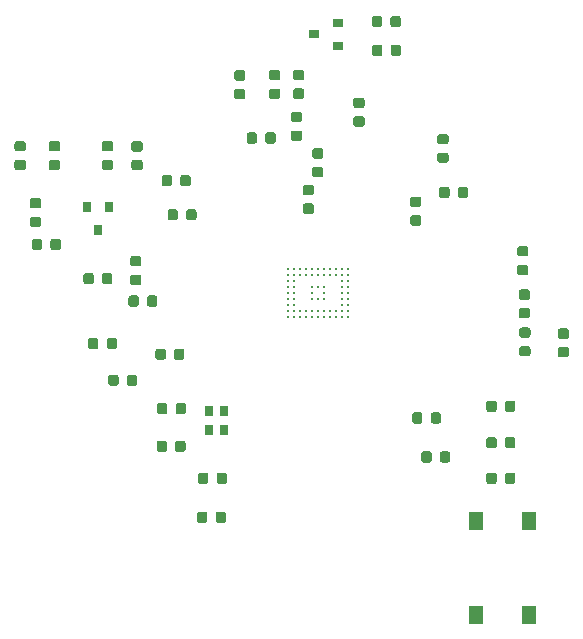
<source format=gbr>
G04 #@! TF.GenerationSoftware,KiCad,Pcbnew,(5.1.4)-1*
G04 #@! TF.CreationDate,2020-02-13T13:02:53-06:00*
G04 #@! TF.ProjectId,aducm_board,61647563-6d5f-4626-9f61-72642e6b6963,rev?*
G04 #@! TF.SameCoordinates,Original*
G04 #@! TF.FileFunction,Paste,Top*
G04 #@! TF.FilePolarity,Positive*
%FSLAX46Y46*%
G04 Gerber Fmt 4.6, Leading zero omitted, Abs format (unit mm)*
G04 Created by KiCad (PCBNEW (5.1.4)-1) date 2020-02-13 13:02:53*
%MOMM*%
%LPD*%
G04 APERTURE LIST*
%ADD10R,0.800000X0.900000*%
%ADD11R,0.250000X0.250000*%
%ADD12R,1.300000X1.550000*%
%ADD13C,0.100000*%
%ADD14C,0.875000*%
%ADD15R,0.900000X0.800000*%
G04 APERTURE END LIST*
D10*
X138950000Y-106600000D03*
X137700000Y-108250000D03*
X138950000Y-108250000D03*
X137700000Y-106600000D03*
D11*
X146456400Y-96647000D03*
X147472400Y-96647000D03*
X146964400Y-97155000D03*
X146456400Y-97155000D03*
X147472400Y-97155000D03*
X146964400Y-96139000D03*
X146456400Y-96139000D03*
X147472400Y-96139000D03*
X148996400Y-97155000D03*
X148996400Y-95631000D03*
X148996400Y-96647000D03*
X148996400Y-97663000D03*
X148996400Y-96139000D03*
X149504400Y-95631000D03*
X149504400Y-97155000D03*
X149504400Y-97663000D03*
X149504400Y-96139000D03*
X149504400Y-96647000D03*
X144932400Y-96139000D03*
X144932400Y-97663000D03*
X144932400Y-95631000D03*
X144932400Y-96647000D03*
X144932400Y-97155000D03*
X144424400Y-96647000D03*
X144424400Y-95631000D03*
X144424400Y-96139000D03*
X144424400Y-97663000D03*
X144424400Y-97155000D03*
X147980400Y-98679000D03*
X145440400Y-98679000D03*
X146456400Y-98679000D03*
X147472400Y-98679000D03*
X148488400Y-98679000D03*
X145948400Y-98679000D03*
X146964400Y-98679000D03*
X144424400Y-98679000D03*
X148996400Y-98679000D03*
X149504400Y-98679000D03*
X144932400Y-98679000D03*
X146964400Y-98171000D03*
X146456400Y-98171000D03*
X147980400Y-98171000D03*
X147472400Y-98171000D03*
X144424400Y-98171000D03*
X144932400Y-98171000D03*
X148488400Y-98171000D03*
X145948400Y-98171000D03*
X149504400Y-98171000D03*
X145440400Y-98171000D03*
X148996400Y-98171000D03*
X146964400Y-95123000D03*
X146456400Y-95123000D03*
X147980400Y-95123000D03*
X147472400Y-95123000D03*
X144424400Y-95123000D03*
X144932400Y-95123000D03*
X148488400Y-95123000D03*
X145948400Y-95123000D03*
X149504400Y-95123000D03*
X145440400Y-95123000D03*
X148996400Y-95123000D03*
X148488400Y-94615000D03*
X149504400Y-94615000D03*
X148996400Y-94615000D03*
X146456400Y-94615000D03*
X146964400Y-94615000D03*
X147980400Y-94615000D03*
X147472400Y-94615000D03*
X145948400Y-94615000D03*
X145440400Y-94615000D03*
X144932400Y-94615000D03*
X144424400Y-94615000D03*
D12*
X164800000Y-115900000D03*
X164800000Y-123850000D03*
X160300000Y-115900000D03*
X160300000Y-123850000D03*
D13*
G36*
X153732591Y-73160653D02*
G01*
X153753826Y-73163803D01*
X153774650Y-73169019D01*
X153794862Y-73176251D01*
X153814268Y-73185430D01*
X153832681Y-73196466D01*
X153849924Y-73209254D01*
X153865830Y-73223670D01*
X153880246Y-73239576D01*
X153893034Y-73256819D01*
X153904070Y-73275232D01*
X153913249Y-73294638D01*
X153920481Y-73314850D01*
X153925697Y-73335674D01*
X153928847Y-73356909D01*
X153929900Y-73378350D01*
X153929900Y-73890850D01*
X153928847Y-73912291D01*
X153925697Y-73933526D01*
X153920481Y-73954350D01*
X153913249Y-73974562D01*
X153904070Y-73993968D01*
X153893034Y-74012381D01*
X153880246Y-74029624D01*
X153865830Y-74045530D01*
X153849924Y-74059946D01*
X153832681Y-74072734D01*
X153814268Y-74083770D01*
X153794862Y-74092949D01*
X153774650Y-74100181D01*
X153753826Y-74105397D01*
X153732591Y-74108547D01*
X153711150Y-74109600D01*
X153273650Y-74109600D01*
X153252209Y-74108547D01*
X153230974Y-74105397D01*
X153210150Y-74100181D01*
X153189938Y-74092949D01*
X153170532Y-74083770D01*
X153152119Y-74072734D01*
X153134876Y-74059946D01*
X153118970Y-74045530D01*
X153104554Y-74029624D01*
X153091766Y-74012381D01*
X153080730Y-73993968D01*
X153071551Y-73974562D01*
X153064319Y-73954350D01*
X153059103Y-73933526D01*
X153055953Y-73912291D01*
X153054900Y-73890850D01*
X153054900Y-73378350D01*
X153055953Y-73356909D01*
X153059103Y-73335674D01*
X153064319Y-73314850D01*
X153071551Y-73294638D01*
X153080730Y-73275232D01*
X153091766Y-73256819D01*
X153104554Y-73239576D01*
X153118970Y-73223670D01*
X153134876Y-73209254D01*
X153152119Y-73196466D01*
X153170532Y-73185430D01*
X153189938Y-73176251D01*
X153210150Y-73169019D01*
X153230974Y-73163803D01*
X153252209Y-73160653D01*
X153273650Y-73159600D01*
X153711150Y-73159600D01*
X153732591Y-73160653D01*
X153732591Y-73160653D01*
G37*
D14*
X153492400Y-73634600D03*
D13*
G36*
X152157591Y-73160653D02*
G01*
X152178826Y-73163803D01*
X152199650Y-73169019D01*
X152219862Y-73176251D01*
X152239268Y-73185430D01*
X152257681Y-73196466D01*
X152274924Y-73209254D01*
X152290830Y-73223670D01*
X152305246Y-73239576D01*
X152318034Y-73256819D01*
X152329070Y-73275232D01*
X152338249Y-73294638D01*
X152345481Y-73314850D01*
X152350697Y-73335674D01*
X152353847Y-73356909D01*
X152354900Y-73378350D01*
X152354900Y-73890850D01*
X152353847Y-73912291D01*
X152350697Y-73933526D01*
X152345481Y-73954350D01*
X152338249Y-73974562D01*
X152329070Y-73993968D01*
X152318034Y-74012381D01*
X152305246Y-74029624D01*
X152290830Y-74045530D01*
X152274924Y-74059946D01*
X152257681Y-74072734D01*
X152239268Y-74083770D01*
X152219862Y-74092949D01*
X152199650Y-74100181D01*
X152178826Y-74105397D01*
X152157591Y-74108547D01*
X152136150Y-74109600D01*
X151698650Y-74109600D01*
X151677209Y-74108547D01*
X151655974Y-74105397D01*
X151635150Y-74100181D01*
X151614938Y-74092949D01*
X151595532Y-74083770D01*
X151577119Y-74072734D01*
X151559876Y-74059946D01*
X151543970Y-74045530D01*
X151529554Y-74029624D01*
X151516766Y-74012381D01*
X151505730Y-73993968D01*
X151496551Y-73974562D01*
X151489319Y-73954350D01*
X151484103Y-73933526D01*
X151480953Y-73912291D01*
X151479900Y-73890850D01*
X151479900Y-73378350D01*
X151480953Y-73356909D01*
X151484103Y-73335674D01*
X151489319Y-73314850D01*
X151496551Y-73294638D01*
X151505730Y-73275232D01*
X151516766Y-73256819D01*
X151529554Y-73239576D01*
X151543970Y-73223670D01*
X151559876Y-73209254D01*
X151577119Y-73196466D01*
X151595532Y-73185430D01*
X151614938Y-73176251D01*
X151635150Y-73169019D01*
X151655974Y-73163803D01*
X151677209Y-73160653D01*
X151698650Y-73159600D01*
X152136150Y-73159600D01*
X152157591Y-73160653D01*
X152157591Y-73160653D01*
G37*
D14*
X151917400Y-73634600D03*
D13*
G36*
X145565691Y-79294353D02*
G01*
X145586926Y-79297503D01*
X145607750Y-79302719D01*
X145627962Y-79309951D01*
X145647368Y-79319130D01*
X145665781Y-79330166D01*
X145683024Y-79342954D01*
X145698930Y-79357370D01*
X145713346Y-79373276D01*
X145726134Y-79390519D01*
X145737170Y-79408932D01*
X145746349Y-79428338D01*
X145753581Y-79448550D01*
X145758797Y-79469374D01*
X145761947Y-79490609D01*
X145763000Y-79512050D01*
X145763000Y-79949550D01*
X145761947Y-79970991D01*
X145758797Y-79992226D01*
X145753581Y-80013050D01*
X145746349Y-80033262D01*
X145737170Y-80052668D01*
X145726134Y-80071081D01*
X145713346Y-80088324D01*
X145698930Y-80104230D01*
X145683024Y-80118646D01*
X145665781Y-80131434D01*
X145647368Y-80142470D01*
X145627962Y-80151649D01*
X145607750Y-80158881D01*
X145586926Y-80164097D01*
X145565691Y-80167247D01*
X145544250Y-80168300D01*
X145031750Y-80168300D01*
X145010309Y-80167247D01*
X144989074Y-80164097D01*
X144968250Y-80158881D01*
X144948038Y-80151649D01*
X144928632Y-80142470D01*
X144910219Y-80131434D01*
X144892976Y-80118646D01*
X144877070Y-80104230D01*
X144862654Y-80088324D01*
X144849866Y-80071081D01*
X144838830Y-80052668D01*
X144829651Y-80033262D01*
X144822419Y-80013050D01*
X144817203Y-79992226D01*
X144814053Y-79970991D01*
X144813000Y-79949550D01*
X144813000Y-79512050D01*
X144814053Y-79490609D01*
X144817203Y-79469374D01*
X144822419Y-79448550D01*
X144829651Y-79428338D01*
X144838830Y-79408932D01*
X144849866Y-79390519D01*
X144862654Y-79373276D01*
X144877070Y-79357370D01*
X144892976Y-79342954D01*
X144910219Y-79330166D01*
X144928632Y-79319130D01*
X144948038Y-79309951D01*
X144968250Y-79302719D01*
X144989074Y-79297503D01*
X145010309Y-79294353D01*
X145031750Y-79293300D01*
X145544250Y-79293300D01*
X145565691Y-79294353D01*
X145565691Y-79294353D01*
G37*
D14*
X145288000Y-79730800D03*
D13*
G36*
X145565691Y-77719353D02*
G01*
X145586926Y-77722503D01*
X145607750Y-77727719D01*
X145627962Y-77734951D01*
X145647368Y-77744130D01*
X145665781Y-77755166D01*
X145683024Y-77767954D01*
X145698930Y-77782370D01*
X145713346Y-77798276D01*
X145726134Y-77815519D01*
X145737170Y-77833932D01*
X145746349Y-77853338D01*
X145753581Y-77873550D01*
X145758797Y-77894374D01*
X145761947Y-77915609D01*
X145763000Y-77937050D01*
X145763000Y-78374550D01*
X145761947Y-78395991D01*
X145758797Y-78417226D01*
X145753581Y-78438050D01*
X145746349Y-78458262D01*
X145737170Y-78477668D01*
X145726134Y-78496081D01*
X145713346Y-78513324D01*
X145698930Y-78529230D01*
X145683024Y-78543646D01*
X145665781Y-78556434D01*
X145647368Y-78567470D01*
X145627962Y-78576649D01*
X145607750Y-78583881D01*
X145586926Y-78589097D01*
X145565691Y-78592247D01*
X145544250Y-78593300D01*
X145031750Y-78593300D01*
X145010309Y-78592247D01*
X144989074Y-78589097D01*
X144968250Y-78583881D01*
X144948038Y-78576649D01*
X144928632Y-78567470D01*
X144910219Y-78556434D01*
X144892976Y-78543646D01*
X144877070Y-78529230D01*
X144862654Y-78513324D01*
X144849866Y-78496081D01*
X144838830Y-78477668D01*
X144829651Y-78458262D01*
X144822419Y-78438050D01*
X144817203Y-78417226D01*
X144814053Y-78395991D01*
X144813000Y-78374550D01*
X144813000Y-77937050D01*
X144814053Y-77915609D01*
X144817203Y-77894374D01*
X144822419Y-77873550D01*
X144829651Y-77853338D01*
X144838830Y-77833932D01*
X144849866Y-77815519D01*
X144862654Y-77798276D01*
X144877070Y-77782370D01*
X144892976Y-77767954D01*
X144910219Y-77755166D01*
X144928632Y-77744130D01*
X144948038Y-77734951D01*
X144968250Y-77727719D01*
X144989074Y-77722503D01*
X145010309Y-77719353D01*
X145031750Y-77718300D01*
X145544250Y-77718300D01*
X145565691Y-77719353D01*
X145565691Y-77719353D01*
G37*
D14*
X145288000Y-78155800D03*
D13*
G36*
X140577691Y-79338553D02*
G01*
X140598926Y-79341703D01*
X140619750Y-79346919D01*
X140639962Y-79354151D01*
X140659368Y-79363330D01*
X140677781Y-79374366D01*
X140695024Y-79387154D01*
X140710930Y-79401570D01*
X140725346Y-79417476D01*
X140738134Y-79434719D01*
X140749170Y-79453132D01*
X140758349Y-79472538D01*
X140765581Y-79492750D01*
X140770797Y-79513574D01*
X140773947Y-79534809D01*
X140775000Y-79556250D01*
X140775000Y-79993750D01*
X140773947Y-80015191D01*
X140770797Y-80036426D01*
X140765581Y-80057250D01*
X140758349Y-80077462D01*
X140749170Y-80096868D01*
X140738134Y-80115281D01*
X140725346Y-80132524D01*
X140710930Y-80148430D01*
X140695024Y-80162846D01*
X140677781Y-80175634D01*
X140659368Y-80186670D01*
X140639962Y-80195849D01*
X140619750Y-80203081D01*
X140598926Y-80208297D01*
X140577691Y-80211447D01*
X140556250Y-80212500D01*
X140043750Y-80212500D01*
X140022309Y-80211447D01*
X140001074Y-80208297D01*
X139980250Y-80203081D01*
X139960038Y-80195849D01*
X139940632Y-80186670D01*
X139922219Y-80175634D01*
X139904976Y-80162846D01*
X139889070Y-80148430D01*
X139874654Y-80132524D01*
X139861866Y-80115281D01*
X139850830Y-80096868D01*
X139841651Y-80077462D01*
X139834419Y-80057250D01*
X139829203Y-80036426D01*
X139826053Y-80015191D01*
X139825000Y-79993750D01*
X139825000Y-79556250D01*
X139826053Y-79534809D01*
X139829203Y-79513574D01*
X139834419Y-79492750D01*
X139841651Y-79472538D01*
X139850830Y-79453132D01*
X139861866Y-79434719D01*
X139874654Y-79417476D01*
X139889070Y-79401570D01*
X139904976Y-79387154D01*
X139922219Y-79374366D01*
X139940632Y-79363330D01*
X139960038Y-79354151D01*
X139980250Y-79346919D01*
X140001074Y-79341703D01*
X140022309Y-79338553D01*
X140043750Y-79337500D01*
X140556250Y-79337500D01*
X140577691Y-79338553D01*
X140577691Y-79338553D01*
G37*
D14*
X140300000Y-79775000D03*
D13*
G36*
X140577691Y-77763553D02*
G01*
X140598926Y-77766703D01*
X140619750Y-77771919D01*
X140639962Y-77779151D01*
X140659368Y-77788330D01*
X140677781Y-77799366D01*
X140695024Y-77812154D01*
X140710930Y-77826570D01*
X140725346Y-77842476D01*
X140738134Y-77859719D01*
X140749170Y-77878132D01*
X140758349Y-77897538D01*
X140765581Y-77917750D01*
X140770797Y-77938574D01*
X140773947Y-77959809D01*
X140775000Y-77981250D01*
X140775000Y-78418750D01*
X140773947Y-78440191D01*
X140770797Y-78461426D01*
X140765581Y-78482250D01*
X140758349Y-78502462D01*
X140749170Y-78521868D01*
X140738134Y-78540281D01*
X140725346Y-78557524D01*
X140710930Y-78573430D01*
X140695024Y-78587846D01*
X140677781Y-78600634D01*
X140659368Y-78611670D01*
X140639962Y-78620849D01*
X140619750Y-78628081D01*
X140598926Y-78633297D01*
X140577691Y-78636447D01*
X140556250Y-78637500D01*
X140043750Y-78637500D01*
X140022309Y-78636447D01*
X140001074Y-78633297D01*
X139980250Y-78628081D01*
X139960038Y-78620849D01*
X139940632Y-78611670D01*
X139922219Y-78600634D01*
X139904976Y-78587846D01*
X139889070Y-78573430D01*
X139874654Y-78557524D01*
X139861866Y-78540281D01*
X139850830Y-78521868D01*
X139841651Y-78502462D01*
X139834419Y-78482250D01*
X139829203Y-78461426D01*
X139826053Y-78440191D01*
X139825000Y-78418750D01*
X139825000Y-77981250D01*
X139826053Y-77959809D01*
X139829203Y-77938574D01*
X139834419Y-77917750D01*
X139841651Y-77897538D01*
X139850830Y-77878132D01*
X139861866Y-77859719D01*
X139874654Y-77842476D01*
X139889070Y-77826570D01*
X139904976Y-77812154D01*
X139922219Y-77799366D01*
X139940632Y-77788330D01*
X139960038Y-77779151D01*
X139980250Y-77771919D01*
X140001074Y-77766703D01*
X140022309Y-77763553D01*
X140043750Y-77762500D01*
X140556250Y-77762500D01*
X140577691Y-77763553D01*
X140577691Y-77763553D01*
G37*
D14*
X140300000Y-78200000D03*
D13*
G36*
X123277691Y-88588553D02*
G01*
X123298926Y-88591703D01*
X123319750Y-88596919D01*
X123339962Y-88604151D01*
X123359368Y-88613330D01*
X123377781Y-88624366D01*
X123395024Y-88637154D01*
X123410930Y-88651570D01*
X123425346Y-88667476D01*
X123438134Y-88684719D01*
X123449170Y-88703132D01*
X123458349Y-88722538D01*
X123465581Y-88742750D01*
X123470797Y-88763574D01*
X123473947Y-88784809D01*
X123475000Y-88806250D01*
X123475000Y-89243750D01*
X123473947Y-89265191D01*
X123470797Y-89286426D01*
X123465581Y-89307250D01*
X123458349Y-89327462D01*
X123449170Y-89346868D01*
X123438134Y-89365281D01*
X123425346Y-89382524D01*
X123410930Y-89398430D01*
X123395024Y-89412846D01*
X123377781Y-89425634D01*
X123359368Y-89436670D01*
X123339962Y-89445849D01*
X123319750Y-89453081D01*
X123298926Y-89458297D01*
X123277691Y-89461447D01*
X123256250Y-89462500D01*
X122743750Y-89462500D01*
X122722309Y-89461447D01*
X122701074Y-89458297D01*
X122680250Y-89453081D01*
X122660038Y-89445849D01*
X122640632Y-89436670D01*
X122622219Y-89425634D01*
X122604976Y-89412846D01*
X122589070Y-89398430D01*
X122574654Y-89382524D01*
X122561866Y-89365281D01*
X122550830Y-89346868D01*
X122541651Y-89327462D01*
X122534419Y-89307250D01*
X122529203Y-89286426D01*
X122526053Y-89265191D01*
X122525000Y-89243750D01*
X122525000Y-88806250D01*
X122526053Y-88784809D01*
X122529203Y-88763574D01*
X122534419Y-88742750D01*
X122541651Y-88722538D01*
X122550830Y-88703132D01*
X122561866Y-88684719D01*
X122574654Y-88667476D01*
X122589070Y-88651570D01*
X122604976Y-88637154D01*
X122622219Y-88624366D01*
X122640632Y-88613330D01*
X122660038Y-88604151D01*
X122680250Y-88596919D01*
X122701074Y-88591703D01*
X122722309Y-88588553D01*
X122743750Y-88587500D01*
X123256250Y-88587500D01*
X123277691Y-88588553D01*
X123277691Y-88588553D01*
G37*
D14*
X123000000Y-89025000D03*
D13*
G36*
X123277691Y-90163553D02*
G01*
X123298926Y-90166703D01*
X123319750Y-90171919D01*
X123339962Y-90179151D01*
X123359368Y-90188330D01*
X123377781Y-90199366D01*
X123395024Y-90212154D01*
X123410930Y-90226570D01*
X123425346Y-90242476D01*
X123438134Y-90259719D01*
X123449170Y-90278132D01*
X123458349Y-90297538D01*
X123465581Y-90317750D01*
X123470797Y-90338574D01*
X123473947Y-90359809D01*
X123475000Y-90381250D01*
X123475000Y-90818750D01*
X123473947Y-90840191D01*
X123470797Y-90861426D01*
X123465581Y-90882250D01*
X123458349Y-90902462D01*
X123449170Y-90921868D01*
X123438134Y-90940281D01*
X123425346Y-90957524D01*
X123410930Y-90973430D01*
X123395024Y-90987846D01*
X123377781Y-91000634D01*
X123359368Y-91011670D01*
X123339962Y-91020849D01*
X123319750Y-91028081D01*
X123298926Y-91033297D01*
X123277691Y-91036447D01*
X123256250Y-91037500D01*
X122743750Y-91037500D01*
X122722309Y-91036447D01*
X122701074Y-91033297D01*
X122680250Y-91028081D01*
X122660038Y-91020849D01*
X122640632Y-91011670D01*
X122622219Y-91000634D01*
X122604976Y-90987846D01*
X122589070Y-90973430D01*
X122574654Y-90957524D01*
X122561866Y-90940281D01*
X122550830Y-90921868D01*
X122541651Y-90902462D01*
X122534419Y-90882250D01*
X122529203Y-90861426D01*
X122526053Y-90840191D01*
X122525000Y-90818750D01*
X122525000Y-90381250D01*
X122526053Y-90359809D01*
X122529203Y-90338574D01*
X122534419Y-90317750D01*
X122541651Y-90297538D01*
X122550830Y-90278132D01*
X122561866Y-90259719D01*
X122574654Y-90242476D01*
X122589070Y-90226570D01*
X122604976Y-90212154D01*
X122622219Y-90199366D01*
X122640632Y-90188330D01*
X122660038Y-90179151D01*
X122680250Y-90171919D01*
X122701074Y-90166703D01*
X122722309Y-90163553D01*
X122743750Y-90162500D01*
X123256250Y-90162500D01*
X123277691Y-90163553D01*
X123277691Y-90163553D01*
G37*
D14*
X123000000Y-90600000D03*
D13*
G36*
X129377691Y-83763553D02*
G01*
X129398926Y-83766703D01*
X129419750Y-83771919D01*
X129439962Y-83779151D01*
X129459368Y-83788330D01*
X129477781Y-83799366D01*
X129495024Y-83812154D01*
X129510930Y-83826570D01*
X129525346Y-83842476D01*
X129538134Y-83859719D01*
X129549170Y-83878132D01*
X129558349Y-83897538D01*
X129565581Y-83917750D01*
X129570797Y-83938574D01*
X129573947Y-83959809D01*
X129575000Y-83981250D01*
X129575000Y-84418750D01*
X129573947Y-84440191D01*
X129570797Y-84461426D01*
X129565581Y-84482250D01*
X129558349Y-84502462D01*
X129549170Y-84521868D01*
X129538134Y-84540281D01*
X129525346Y-84557524D01*
X129510930Y-84573430D01*
X129495024Y-84587846D01*
X129477781Y-84600634D01*
X129459368Y-84611670D01*
X129439962Y-84620849D01*
X129419750Y-84628081D01*
X129398926Y-84633297D01*
X129377691Y-84636447D01*
X129356250Y-84637500D01*
X128843750Y-84637500D01*
X128822309Y-84636447D01*
X128801074Y-84633297D01*
X128780250Y-84628081D01*
X128760038Y-84620849D01*
X128740632Y-84611670D01*
X128722219Y-84600634D01*
X128704976Y-84587846D01*
X128689070Y-84573430D01*
X128674654Y-84557524D01*
X128661866Y-84540281D01*
X128650830Y-84521868D01*
X128641651Y-84502462D01*
X128634419Y-84482250D01*
X128629203Y-84461426D01*
X128626053Y-84440191D01*
X128625000Y-84418750D01*
X128625000Y-83981250D01*
X128626053Y-83959809D01*
X128629203Y-83938574D01*
X128634419Y-83917750D01*
X128641651Y-83897538D01*
X128650830Y-83878132D01*
X128661866Y-83859719D01*
X128674654Y-83842476D01*
X128689070Y-83826570D01*
X128704976Y-83812154D01*
X128722219Y-83799366D01*
X128740632Y-83788330D01*
X128760038Y-83779151D01*
X128780250Y-83771919D01*
X128801074Y-83766703D01*
X128822309Y-83763553D01*
X128843750Y-83762500D01*
X129356250Y-83762500D01*
X129377691Y-83763553D01*
X129377691Y-83763553D01*
G37*
D14*
X129100000Y-84200000D03*
D13*
G36*
X129377691Y-85338553D02*
G01*
X129398926Y-85341703D01*
X129419750Y-85346919D01*
X129439962Y-85354151D01*
X129459368Y-85363330D01*
X129477781Y-85374366D01*
X129495024Y-85387154D01*
X129510930Y-85401570D01*
X129525346Y-85417476D01*
X129538134Y-85434719D01*
X129549170Y-85453132D01*
X129558349Y-85472538D01*
X129565581Y-85492750D01*
X129570797Y-85513574D01*
X129573947Y-85534809D01*
X129575000Y-85556250D01*
X129575000Y-85993750D01*
X129573947Y-86015191D01*
X129570797Y-86036426D01*
X129565581Y-86057250D01*
X129558349Y-86077462D01*
X129549170Y-86096868D01*
X129538134Y-86115281D01*
X129525346Y-86132524D01*
X129510930Y-86148430D01*
X129495024Y-86162846D01*
X129477781Y-86175634D01*
X129459368Y-86186670D01*
X129439962Y-86195849D01*
X129419750Y-86203081D01*
X129398926Y-86208297D01*
X129377691Y-86211447D01*
X129356250Y-86212500D01*
X128843750Y-86212500D01*
X128822309Y-86211447D01*
X128801074Y-86208297D01*
X128780250Y-86203081D01*
X128760038Y-86195849D01*
X128740632Y-86186670D01*
X128722219Y-86175634D01*
X128704976Y-86162846D01*
X128689070Y-86148430D01*
X128674654Y-86132524D01*
X128661866Y-86115281D01*
X128650830Y-86096868D01*
X128641651Y-86077462D01*
X128634419Y-86057250D01*
X128629203Y-86036426D01*
X128626053Y-86015191D01*
X128625000Y-85993750D01*
X128625000Y-85556250D01*
X128626053Y-85534809D01*
X128629203Y-85513574D01*
X128634419Y-85492750D01*
X128641651Y-85472538D01*
X128650830Y-85453132D01*
X128661866Y-85434719D01*
X128674654Y-85417476D01*
X128689070Y-85401570D01*
X128704976Y-85387154D01*
X128722219Y-85374366D01*
X128740632Y-85363330D01*
X128760038Y-85354151D01*
X128780250Y-85346919D01*
X128801074Y-85341703D01*
X128822309Y-85338553D01*
X128843750Y-85337500D01*
X129356250Y-85337500D01*
X129377691Y-85338553D01*
X129377691Y-85338553D01*
G37*
D14*
X129100000Y-85775000D03*
D13*
G36*
X123365191Y-92026053D02*
G01*
X123386426Y-92029203D01*
X123407250Y-92034419D01*
X123427462Y-92041651D01*
X123446868Y-92050830D01*
X123465281Y-92061866D01*
X123482524Y-92074654D01*
X123498430Y-92089070D01*
X123512846Y-92104976D01*
X123525634Y-92122219D01*
X123536670Y-92140632D01*
X123545849Y-92160038D01*
X123553081Y-92180250D01*
X123558297Y-92201074D01*
X123561447Y-92222309D01*
X123562500Y-92243750D01*
X123562500Y-92756250D01*
X123561447Y-92777691D01*
X123558297Y-92798926D01*
X123553081Y-92819750D01*
X123545849Y-92839962D01*
X123536670Y-92859368D01*
X123525634Y-92877781D01*
X123512846Y-92895024D01*
X123498430Y-92910930D01*
X123482524Y-92925346D01*
X123465281Y-92938134D01*
X123446868Y-92949170D01*
X123427462Y-92958349D01*
X123407250Y-92965581D01*
X123386426Y-92970797D01*
X123365191Y-92973947D01*
X123343750Y-92975000D01*
X122906250Y-92975000D01*
X122884809Y-92973947D01*
X122863574Y-92970797D01*
X122842750Y-92965581D01*
X122822538Y-92958349D01*
X122803132Y-92949170D01*
X122784719Y-92938134D01*
X122767476Y-92925346D01*
X122751570Y-92910930D01*
X122737154Y-92895024D01*
X122724366Y-92877781D01*
X122713330Y-92859368D01*
X122704151Y-92839962D01*
X122696919Y-92819750D01*
X122691703Y-92798926D01*
X122688553Y-92777691D01*
X122687500Y-92756250D01*
X122687500Y-92243750D01*
X122688553Y-92222309D01*
X122691703Y-92201074D01*
X122696919Y-92180250D01*
X122704151Y-92160038D01*
X122713330Y-92140632D01*
X122724366Y-92122219D01*
X122737154Y-92104976D01*
X122751570Y-92089070D01*
X122767476Y-92074654D01*
X122784719Y-92061866D01*
X122803132Y-92050830D01*
X122822538Y-92041651D01*
X122842750Y-92034419D01*
X122863574Y-92029203D01*
X122884809Y-92026053D01*
X122906250Y-92025000D01*
X123343750Y-92025000D01*
X123365191Y-92026053D01*
X123365191Y-92026053D01*
G37*
D14*
X123125000Y-92500000D03*
D13*
G36*
X124940191Y-92026053D02*
G01*
X124961426Y-92029203D01*
X124982250Y-92034419D01*
X125002462Y-92041651D01*
X125021868Y-92050830D01*
X125040281Y-92061866D01*
X125057524Y-92074654D01*
X125073430Y-92089070D01*
X125087846Y-92104976D01*
X125100634Y-92122219D01*
X125111670Y-92140632D01*
X125120849Y-92160038D01*
X125128081Y-92180250D01*
X125133297Y-92201074D01*
X125136447Y-92222309D01*
X125137500Y-92243750D01*
X125137500Y-92756250D01*
X125136447Y-92777691D01*
X125133297Y-92798926D01*
X125128081Y-92819750D01*
X125120849Y-92839962D01*
X125111670Y-92859368D01*
X125100634Y-92877781D01*
X125087846Y-92895024D01*
X125073430Y-92910930D01*
X125057524Y-92925346D01*
X125040281Y-92938134D01*
X125021868Y-92949170D01*
X125002462Y-92958349D01*
X124982250Y-92965581D01*
X124961426Y-92970797D01*
X124940191Y-92973947D01*
X124918750Y-92975000D01*
X124481250Y-92975000D01*
X124459809Y-92973947D01*
X124438574Y-92970797D01*
X124417750Y-92965581D01*
X124397538Y-92958349D01*
X124378132Y-92949170D01*
X124359719Y-92938134D01*
X124342476Y-92925346D01*
X124326570Y-92910930D01*
X124312154Y-92895024D01*
X124299366Y-92877781D01*
X124288330Y-92859368D01*
X124279151Y-92839962D01*
X124271919Y-92819750D01*
X124266703Y-92798926D01*
X124263553Y-92777691D01*
X124262500Y-92756250D01*
X124262500Y-92243750D01*
X124263553Y-92222309D01*
X124266703Y-92201074D01*
X124271919Y-92180250D01*
X124279151Y-92160038D01*
X124288330Y-92140632D01*
X124299366Y-92122219D01*
X124312154Y-92104976D01*
X124326570Y-92089070D01*
X124342476Y-92074654D01*
X124359719Y-92061866D01*
X124378132Y-92050830D01*
X124397538Y-92041651D01*
X124417750Y-92034419D01*
X124438574Y-92029203D01*
X124459809Y-92026053D01*
X124481250Y-92025000D01*
X124918750Y-92025000D01*
X124940191Y-92026053D01*
X124940191Y-92026053D01*
G37*
D14*
X124700000Y-92500000D03*
D13*
G36*
X155477691Y-88463553D02*
G01*
X155498926Y-88466703D01*
X155519750Y-88471919D01*
X155539962Y-88479151D01*
X155559368Y-88488330D01*
X155577781Y-88499366D01*
X155595024Y-88512154D01*
X155610930Y-88526570D01*
X155625346Y-88542476D01*
X155638134Y-88559719D01*
X155649170Y-88578132D01*
X155658349Y-88597538D01*
X155665581Y-88617750D01*
X155670797Y-88638574D01*
X155673947Y-88659809D01*
X155675000Y-88681250D01*
X155675000Y-89118750D01*
X155673947Y-89140191D01*
X155670797Y-89161426D01*
X155665581Y-89182250D01*
X155658349Y-89202462D01*
X155649170Y-89221868D01*
X155638134Y-89240281D01*
X155625346Y-89257524D01*
X155610930Y-89273430D01*
X155595024Y-89287846D01*
X155577781Y-89300634D01*
X155559368Y-89311670D01*
X155539962Y-89320849D01*
X155519750Y-89328081D01*
X155498926Y-89333297D01*
X155477691Y-89336447D01*
X155456250Y-89337500D01*
X154943750Y-89337500D01*
X154922309Y-89336447D01*
X154901074Y-89333297D01*
X154880250Y-89328081D01*
X154860038Y-89320849D01*
X154840632Y-89311670D01*
X154822219Y-89300634D01*
X154804976Y-89287846D01*
X154789070Y-89273430D01*
X154774654Y-89257524D01*
X154761866Y-89240281D01*
X154750830Y-89221868D01*
X154741651Y-89202462D01*
X154734419Y-89182250D01*
X154729203Y-89161426D01*
X154726053Y-89140191D01*
X154725000Y-89118750D01*
X154725000Y-88681250D01*
X154726053Y-88659809D01*
X154729203Y-88638574D01*
X154734419Y-88617750D01*
X154741651Y-88597538D01*
X154750830Y-88578132D01*
X154761866Y-88559719D01*
X154774654Y-88542476D01*
X154789070Y-88526570D01*
X154804976Y-88512154D01*
X154822219Y-88499366D01*
X154840632Y-88488330D01*
X154860038Y-88479151D01*
X154880250Y-88471919D01*
X154901074Y-88466703D01*
X154922309Y-88463553D01*
X154943750Y-88462500D01*
X155456250Y-88462500D01*
X155477691Y-88463553D01*
X155477691Y-88463553D01*
G37*
D14*
X155200000Y-88900000D03*
D13*
G36*
X155477691Y-90038553D02*
G01*
X155498926Y-90041703D01*
X155519750Y-90046919D01*
X155539962Y-90054151D01*
X155559368Y-90063330D01*
X155577781Y-90074366D01*
X155595024Y-90087154D01*
X155610930Y-90101570D01*
X155625346Y-90117476D01*
X155638134Y-90134719D01*
X155649170Y-90153132D01*
X155658349Y-90172538D01*
X155665581Y-90192750D01*
X155670797Y-90213574D01*
X155673947Y-90234809D01*
X155675000Y-90256250D01*
X155675000Y-90693750D01*
X155673947Y-90715191D01*
X155670797Y-90736426D01*
X155665581Y-90757250D01*
X155658349Y-90777462D01*
X155649170Y-90796868D01*
X155638134Y-90815281D01*
X155625346Y-90832524D01*
X155610930Y-90848430D01*
X155595024Y-90862846D01*
X155577781Y-90875634D01*
X155559368Y-90886670D01*
X155539962Y-90895849D01*
X155519750Y-90903081D01*
X155498926Y-90908297D01*
X155477691Y-90911447D01*
X155456250Y-90912500D01*
X154943750Y-90912500D01*
X154922309Y-90911447D01*
X154901074Y-90908297D01*
X154880250Y-90903081D01*
X154860038Y-90895849D01*
X154840632Y-90886670D01*
X154822219Y-90875634D01*
X154804976Y-90862846D01*
X154789070Y-90848430D01*
X154774654Y-90832524D01*
X154761866Y-90815281D01*
X154750830Y-90796868D01*
X154741651Y-90777462D01*
X154734419Y-90757250D01*
X154729203Y-90736426D01*
X154726053Y-90715191D01*
X154725000Y-90693750D01*
X154725000Y-90256250D01*
X154726053Y-90234809D01*
X154729203Y-90213574D01*
X154734419Y-90192750D01*
X154741651Y-90172538D01*
X154750830Y-90153132D01*
X154761866Y-90134719D01*
X154774654Y-90117476D01*
X154789070Y-90101570D01*
X154804976Y-90087154D01*
X154822219Y-90074366D01*
X154840632Y-90063330D01*
X154860038Y-90054151D01*
X154880250Y-90046919D01*
X154901074Y-90041703D01*
X154922309Y-90038553D01*
X154943750Y-90037500D01*
X155456250Y-90037500D01*
X155477691Y-90038553D01*
X155477691Y-90038553D01*
G37*
D14*
X155200000Y-90475000D03*
D13*
G36*
X138927691Y-115126053D02*
G01*
X138948926Y-115129203D01*
X138969750Y-115134419D01*
X138989962Y-115141651D01*
X139009368Y-115150830D01*
X139027781Y-115161866D01*
X139045024Y-115174654D01*
X139060930Y-115189070D01*
X139075346Y-115204976D01*
X139088134Y-115222219D01*
X139099170Y-115240632D01*
X139108349Y-115260038D01*
X139115581Y-115280250D01*
X139120797Y-115301074D01*
X139123947Y-115322309D01*
X139125000Y-115343750D01*
X139125000Y-115856250D01*
X139123947Y-115877691D01*
X139120797Y-115898926D01*
X139115581Y-115919750D01*
X139108349Y-115939962D01*
X139099170Y-115959368D01*
X139088134Y-115977781D01*
X139075346Y-115995024D01*
X139060930Y-116010930D01*
X139045024Y-116025346D01*
X139027781Y-116038134D01*
X139009368Y-116049170D01*
X138989962Y-116058349D01*
X138969750Y-116065581D01*
X138948926Y-116070797D01*
X138927691Y-116073947D01*
X138906250Y-116075000D01*
X138468750Y-116075000D01*
X138447309Y-116073947D01*
X138426074Y-116070797D01*
X138405250Y-116065581D01*
X138385038Y-116058349D01*
X138365632Y-116049170D01*
X138347219Y-116038134D01*
X138329976Y-116025346D01*
X138314070Y-116010930D01*
X138299654Y-115995024D01*
X138286866Y-115977781D01*
X138275830Y-115959368D01*
X138266651Y-115939962D01*
X138259419Y-115919750D01*
X138254203Y-115898926D01*
X138251053Y-115877691D01*
X138250000Y-115856250D01*
X138250000Y-115343750D01*
X138251053Y-115322309D01*
X138254203Y-115301074D01*
X138259419Y-115280250D01*
X138266651Y-115260038D01*
X138275830Y-115240632D01*
X138286866Y-115222219D01*
X138299654Y-115204976D01*
X138314070Y-115189070D01*
X138329976Y-115174654D01*
X138347219Y-115161866D01*
X138365632Y-115150830D01*
X138385038Y-115141651D01*
X138405250Y-115134419D01*
X138426074Y-115129203D01*
X138447309Y-115126053D01*
X138468750Y-115125000D01*
X138906250Y-115125000D01*
X138927691Y-115126053D01*
X138927691Y-115126053D01*
G37*
D14*
X138687500Y-115600000D03*
D13*
G36*
X137352691Y-115126053D02*
G01*
X137373926Y-115129203D01*
X137394750Y-115134419D01*
X137414962Y-115141651D01*
X137434368Y-115150830D01*
X137452781Y-115161866D01*
X137470024Y-115174654D01*
X137485930Y-115189070D01*
X137500346Y-115204976D01*
X137513134Y-115222219D01*
X137524170Y-115240632D01*
X137533349Y-115260038D01*
X137540581Y-115280250D01*
X137545797Y-115301074D01*
X137548947Y-115322309D01*
X137550000Y-115343750D01*
X137550000Y-115856250D01*
X137548947Y-115877691D01*
X137545797Y-115898926D01*
X137540581Y-115919750D01*
X137533349Y-115939962D01*
X137524170Y-115959368D01*
X137513134Y-115977781D01*
X137500346Y-115995024D01*
X137485930Y-116010930D01*
X137470024Y-116025346D01*
X137452781Y-116038134D01*
X137434368Y-116049170D01*
X137414962Y-116058349D01*
X137394750Y-116065581D01*
X137373926Y-116070797D01*
X137352691Y-116073947D01*
X137331250Y-116075000D01*
X136893750Y-116075000D01*
X136872309Y-116073947D01*
X136851074Y-116070797D01*
X136830250Y-116065581D01*
X136810038Y-116058349D01*
X136790632Y-116049170D01*
X136772219Y-116038134D01*
X136754976Y-116025346D01*
X136739070Y-116010930D01*
X136724654Y-115995024D01*
X136711866Y-115977781D01*
X136700830Y-115959368D01*
X136691651Y-115939962D01*
X136684419Y-115919750D01*
X136679203Y-115898926D01*
X136676053Y-115877691D01*
X136675000Y-115856250D01*
X136675000Y-115343750D01*
X136676053Y-115322309D01*
X136679203Y-115301074D01*
X136684419Y-115280250D01*
X136691651Y-115260038D01*
X136700830Y-115240632D01*
X136711866Y-115222219D01*
X136724654Y-115204976D01*
X136739070Y-115189070D01*
X136754976Y-115174654D01*
X136772219Y-115161866D01*
X136790632Y-115150830D01*
X136810038Y-115141651D01*
X136830250Y-115134419D01*
X136851074Y-115129203D01*
X136872309Y-115126053D01*
X136893750Y-115125000D01*
X137331250Y-115125000D01*
X137352691Y-115126053D01*
X137352691Y-115126053D01*
G37*
D14*
X137112500Y-115600000D03*
D13*
G36*
X139015191Y-111826053D02*
G01*
X139036426Y-111829203D01*
X139057250Y-111834419D01*
X139077462Y-111841651D01*
X139096868Y-111850830D01*
X139115281Y-111861866D01*
X139132524Y-111874654D01*
X139148430Y-111889070D01*
X139162846Y-111904976D01*
X139175634Y-111922219D01*
X139186670Y-111940632D01*
X139195849Y-111960038D01*
X139203081Y-111980250D01*
X139208297Y-112001074D01*
X139211447Y-112022309D01*
X139212500Y-112043750D01*
X139212500Y-112556250D01*
X139211447Y-112577691D01*
X139208297Y-112598926D01*
X139203081Y-112619750D01*
X139195849Y-112639962D01*
X139186670Y-112659368D01*
X139175634Y-112677781D01*
X139162846Y-112695024D01*
X139148430Y-112710930D01*
X139132524Y-112725346D01*
X139115281Y-112738134D01*
X139096868Y-112749170D01*
X139077462Y-112758349D01*
X139057250Y-112765581D01*
X139036426Y-112770797D01*
X139015191Y-112773947D01*
X138993750Y-112775000D01*
X138556250Y-112775000D01*
X138534809Y-112773947D01*
X138513574Y-112770797D01*
X138492750Y-112765581D01*
X138472538Y-112758349D01*
X138453132Y-112749170D01*
X138434719Y-112738134D01*
X138417476Y-112725346D01*
X138401570Y-112710930D01*
X138387154Y-112695024D01*
X138374366Y-112677781D01*
X138363330Y-112659368D01*
X138354151Y-112639962D01*
X138346919Y-112619750D01*
X138341703Y-112598926D01*
X138338553Y-112577691D01*
X138337500Y-112556250D01*
X138337500Y-112043750D01*
X138338553Y-112022309D01*
X138341703Y-112001074D01*
X138346919Y-111980250D01*
X138354151Y-111960038D01*
X138363330Y-111940632D01*
X138374366Y-111922219D01*
X138387154Y-111904976D01*
X138401570Y-111889070D01*
X138417476Y-111874654D01*
X138434719Y-111861866D01*
X138453132Y-111850830D01*
X138472538Y-111841651D01*
X138492750Y-111834419D01*
X138513574Y-111829203D01*
X138534809Y-111826053D01*
X138556250Y-111825000D01*
X138993750Y-111825000D01*
X139015191Y-111826053D01*
X139015191Y-111826053D01*
G37*
D14*
X138775000Y-112300000D03*
D13*
G36*
X137440191Y-111826053D02*
G01*
X137461426Y-111829203D01*
X137482250Y-111834419D01*
X137502462Y-111841651D01*
X137521868Y-111850830D01*
X137540281Y-111861866D01*
X137557524Y-111874654D01*
X137573430Y-111889070D01*
X137587846Y-111904976D01*
X137600634Y-111922219D01*
X137611670Y-111940632D01*
X137620849Y-111960038D01*
X137628081Y-111980250D01*
X137633297Y-112001074D01*
X137636447Y-112022309D01*
X137637500Y-112043750D01*
X137637500Y-112556250D01*
X137636447Y-112577691D01*
X137633297Y-112598926D01*
X137628081Y-112619750D01*
X137620849Y-112639962D01*
X137611670Y-112659368D01*
X137600634Y-112677781D01*
X137587846Y-112695024D01*
X137573430Y-112710930D01*
X137557524Y-112725346D01*
X137540281Y-112738134D01*
X137521868Y-112749170D01*
X137502462Y-112758349D01*
X137482250Y-112765581D01*
X137461426Y-112770797D01*
X137440191Y-112773947D01*
X137418750Y-112775000D01*
X136981250Y-112775000D01*
X136959809Y-112773947D01*
X136938574Y-112770797D01*
X136917750Y-112765581D01*
X136897538Y-112758349D01*
X136878132Y-112749170D01*
X136859719Y-112738134D01*
X136842476Y-112725346D01*
X136826570Y-112710930D01*
X136812154Y-112695024D01*
X136799366Y-112677781D01*
X136788330Y-112659368D01*
X136779151Y-112639962D01*
X136771919Y-112619750D01*
X136766703Y-112598926D01*
X136763553Y-112577691D01*
X136762500Y-112556250D01*
X136762500Y-112043750D01*
X136763553Y-112022309D01*
X136766703Y-112001074D01*
X136771919Y-111980250D01*
X136779151Y-111960038D01*
X136788330Y-111940632D01*
X136799366Y-111922219D01*
X136812154Y-111904976D01*
X136826570Y-111889070D01*
X136842476Y-111874654D01*
X136859719Y-111861866D01*
X136878132Y-111850830D01*
X136897538Y-111841651D01*
X136917750Y-111834419D01*
X136938574Y-111829203D01*
X136959809Y-111826053D01*
X136981250Y-111825000D01*
X137418750Y-111825000D01*
X137440191Y-111826053D01*
X137440191Y-111826053D01*
G37*
D14*
X137200000Y-112300000D03*
D15*
X146590000Y-74716600D03*
X148590000Y-73766600D03*
X148590000Y-75666600D03*
D10*
X128300000Y-91300000D03*
X127350000Y-89300000D03*
X129250000Y-89300000D03*
D13*
G36*
X143533691Y-77744653D02*
G01*
X143554926Y-77747803D01*
X143575750Y-77753019D01*
X143595962Y-77760251D01*
X143615368Y-77769430D01*
X143633781Y-77780466D01*
X143651024Y-77793254D01*
X143666930Y-77807670D01*
X143681346Y-77823576D01*
X143694134Y-77840819D01*
X143705170Y-77859232D01*
X143714349Y-77878638D01*
X143721581Y-77898850D01*
X143726797Y-77919674D01*
X143729947Y-77940909D01*
X143731000Y-77962350D01*
X143731000Y-78399850D01*
X143729947Y-78421291D01*
X143726797Y-78442526D01*
X143721581Y-78463350D01*
X143714349Y-78483562D01*
X143705170Y-78502968D01*
X143694134Y-78521381D01*
X143681346Y-78538624D01*
X143666930Y-78554530D01*
X143651024Y-78568946D01*
X143633781Y-78581734D01*
X143615368Y-78592770D01*
X143595962Y-78601949D01*
X143575750Y-78609181D01*
X143554926Y-78614397D01*
X143533691Y-78617547D01*
X143512250Y-78618600D01*
X142999750Y-78618600D01*
X142978309Y-78617547D01*
X142957074Y-78614397D01*
X142936250Y-78609181D01*
X142916038Y-78601949D01*
X142896632Y-78592770D01*
X142878219Y-78581734D01*
X142860976Y-78568946D01*
X142845070Y-78554530D01*
X142830654Y-78538624D01*
X142817866Y-78521381D01*
X142806830Y-78502968D01*
X142797651Y-78483562D01*
X142790419Y-78463350D01*
X142785203Y-78442526D01*
X142782053Y-78421291D01*
X142781000Y-78399850D01*
X142781000Y-77962350D01*
X142782053Y-77940909D01*
X142785203Y-77919674D01*
X142790419Y-77898850D01*
X142797651Y-77878638D01*
X142806830Y-77859232D01*
X142817866Y-77840819D01*
X142830654Y-77823576D01*
X142845070Y-77807670D01*
X142860976Y-77793254D01*
X142878219Y-77780466D01*
X142896632Y-77769430D01*
X142916038Y-77760251D01*
X142936250Y-77753019D01*
X142957074Y-77747803D01*
X142978309Y-77744653D01*
X142999750Y-77743600D01*
X143512250Y-77743600D01*
X143533691Y-77744653D01*
X143533691Y-77744653D01*
G37*
D14*
X143256000Y-78181100D03*
D13*
G36*
X143533691Y-79319653D02*
G01*
X143554926Y-79322803D01*
X143575750Y-79328019D01*
X143595962Y-79335251D01*
X143615368Y-79344430D01*
X143633781Y-79355466D01*
X143651024Y-79368254D01*
X143666930Y-79382670D01*
X143681346Y-79398576D01*
X143694134Y-79415819D01*
X143705170Y-79434232D01*
X143714349Y-79453638D01*
X143721581Y-79473850D01*
X143726797Y-79494674D01*
X143729947Y-79515909D01*
X143731000Y-79537350D01*
X143731000Y-79974850D01*
X143729947Y-79996291D01*
X143726797Y-80017526D01*
X143721581Y-80038350D01*
X143714349Y-80058562D01*
X143705170Y-80077968D01*
X143694134Y-80096381D01*
X143681346Y-80113624D01*
X143666930Y-80129530D01*
X143651024Y-80143946D01*
X143633781Y-80156734D01*
X143615368Y-80167770D01*
X143595962Y-80176949D01*
X143575750Y-80184181D01*
X143554926Y-80189397D01*
X143533691Y-80192547D01*
X143512250Y-80193600D01*
X142999750Y-80193600D01*
X142978309Y-80192547D01*
X142957074Y-80189397D01*
X142936250Y-80184181D01*
X142916038Y-80176949D01*
X142896632Y-80167770D01*
X142878219Y-80156734D01*
X142860976Y-80143946D01*
X142845070Y-80129530D01*
X142830654Y-80113624D01*
X142817866Y-80096381D01*
X142806830Y-80077968D01*
X142797651Y-80058562D01*
X142790419Y-80038350D01*
X142785203Y-80017526D01*
X142782053Y-79996291D01*
X142781000Y-79974850D01*
X142781000Y-79537350D01*
X142782053Y-79515909D01*
X142785203Y-79494674D01*
X142790419Y-79473850D01*
X142797651Y-79453638D01*
X142806830Y-79434232D01*
X142817866Y-79415819D01*
X142830654Y-79398576D01*
X142845070Y-79382670D01*
X142860976Y-79368254D01*
X142878219Y-79355466D01*
X142896632Y-79344430D01*
X142916038Y-79335251D01*
X142936250Y-79328019D01*
X142957074Y-79322803D01*
X142978309Y-79319653D01*
X142999750Y-79318600D01*
X143512250Y-79318600D01*
X143533691Y-79319653D01*
X143533691Y-79319653D01*
G37*
D14*
X143256000Y-79756100D03*
D13*
G36*
X152182991Y-75599053D02*
G01*
X152204226Y-75602203D01*
X152225050Y-75607419D01*
X152245262Y-75614651D01*
X152264668Y-75623830D01*
X152283081Y-75634866D01*
X152300324Y-75647654D01*
X152316230Y-75662070D01*
X152330646Y-75677976D01*
X152343434Y-75695219D01*
X152354470Y-75713632D01*
X152363649Y-75733038D01*
X152370881Y-75753250D01*
X152376097Y-75774074D01*
X152379247Y-75795309D01*
X152380300Y-75816750D01*
X152380300Y-76329250D01*
X152379247Y-76350691D01*
X152376097Y-76371926D01*
X152370881Y-76392750D01*
X152363649Y-76412962D01*
X152354470Y-76432368D01*
X152343434Y-76450781D01*
X152330646Y-76468024D01*
X152316230Y-76483930D01*
X152300324Y-76498346D01*
X152283081Y-76511134D01*
X152264668Y-76522170D01*
X152245262Y-76531349D01*
X152225050Y-76538581D01*
X152204226Y-76543797D01*
X152182991Y-76546947D01*
X152161550Y-76548000D01*
X151724050Y-76548000D01*
X151702609Y-76546947D01*
X151681374Y-76543797D01*
X151660550Y-76538581D01*
X151640338Y-76531349D01*
X151620932Y-76522170D01*
X151602519Y-76511134D01*
X151585276Y-76498346D01*
X151569370Y-76483930D01*
X151554954Y-76468024D01*
X151542166Y-76450781D01*
X151531130Y-76432368D01*
X151521951Y-76412962D01*
X151514719Y-76392750D01*
X151509503Y-76371926D01*
X151506353Y-76350691D01*
X151505300Y-76329250D01*
X151505300Y-75816750D01*
X151506353Y-75795309D01*
X151509503Y-75774074D01*
X151514719Y-75753250D01*
X151521951Y-75733038D01*
X151531130Y-75713632D01*
X151542166Y-75695219D01*
X151554954Y-75677976D01*
X151569370Y-75662070D01*
X151585276Y-75647654D01*
X151602519Y-75634866D01*
X151620932Y-75623830D01*
X151640338Y-75614651D01*
X151660550Y-75607419D01*
X151681374Y-75602203D01*
X151702609Y-75599053D01*
X151724050Y-75598000D01*
X152161550Y-75598000D01*
X152182991Y-75599053D01*
X152182991Y-75599053D01*
G37*
D14*
X151942800Y-76073000D03*
D13*
G36*
X153757991Y-75599053D02*
G01*
X153779226Y-75602203D01*
X153800050Y-75607419D01*
X153820262Y-75614651D01*
X153839668Y-75623830D01*
X153858081Y-75634866D01*
X153875324Y-75647654D01*
X153891230Y-75662070D01*
X153905646Y-75677976D01*
X153918434Y-75695219D01*
X153929470Y-75713632D01*
X153938649Y-75733038D01*
X153945881Y-75753250D01*
X153951097Y-75774074D01*
X153954247Y-75795309D01*
X153955300Y-75816750D01*
X153955300Y-76329250D01*
X153954247Y-76350691D01*
X153951097Y-76371926D01*
X153945881Y-76392750D01*
X153938649Y-76412962D01*
X153929470Y-76432368D01*
X153918434Y-76450781D01*
X153905646Y-76468024D01*
X153891230Y-76483930D01*
X153875324Y-76498346D01*
X153858081Y-76511134D01*
X153839668Y-76522170D01*
X153820262Y-76531349D01*
X153800050Y-76538581D01*
X153779226Y-76543797D01*
X153757991Y-76546947D01*
X153736550Y-76548000D01*
X153299050Y-76548000D01*
X153277609Y-76546947D01*
X153256374Y-76543797D01*
X153235550Y-76538581D01*
X153215338Y-76531349D01*
X153195932Y-76522170D01*
X153177519Y-76511134D01*
X153160276Y-76498346D01*
X153144370Y-76483930D01*
X153129954Y-76468024D01*
X153117166Y-76450781D01*
X153106130Y-76432368D01*
X153096951Y-76412962D01*
X153089719Y-76392750D01*
X153084503Y-76371926D01*
X153081353Y-76350691D01*
X153080300Y-76329250D01*
X153080300Y-75816750D01*
X153081353Y-75795309D01*
X153084503Y-75774074D01*
X153089719Y-75753250D01*
X153096951Y-75733038D01*
X153106130Y-75713632D01*
X153117166Y-75695219D01*
X153129954Y-75677976D01*
X153144370Y-75662070D01*
X153160276Y-75647654D01*
X153177519Y-75634866D01*
X153195932Y-75623830D01*
X153215338Y-75614651D01*
X153235550Y-75607419D01*
X153256374Y-75602203D01*
X153277609Y-75599053D01*
X153299050Y-75598000D01*
X153736550Y-75598000D01*
X153757991Y-75599053D01*
X153757991Y-75599053D01*
G37*
D14*
X153517800Y-76073000D03*
D13*
G36*
X157783091Y-84729753D02*
G01*
X157804326Y-84732903D01*
X157825150Y-84738119D01*
X157845362Y-84745351D01*
X157864768Y-84754530D01*
X157883181Y-84765566D01*
X157900424Y-84778354D01*
X157916330Y-84792770D01*
X157930746Y-84808676D01*
X157943534Y-84825919D01*
X157954570Y-84844332D01*
X157963749Y-84863738D01*
X157970981Y-84883950D01*
X157976197Y-84904774D01*
X157979347Y-84926009D01*
X157980400Y-84947450D01*
X157980400Y-85384950D01*
X157979347Y-85406391D01*
X157976197Y-85427626D01*
X157970981Y-85448450D01*
X157963749Y-85468662D01*
X157954570Y-85488068D01*
X157943534Y-85506481D01*
X157930746Y-85523724D01*
X157916330Y-85539630D01*
X157900424Y-85554046D01*
X157883181Y-85566834D01*
X157864768Y-85577870D01*
X157845362Y-85587049D01*
X157825150Y-85594281D01*
X157804326Y-85599497D01*
X157783091Y-85602647D01*
X157761650Y-85603700D01*
X157249150Y-85603700D01*
X157227709Y-85602647D01*
X157206474Y-85599497D01*
X157185650Y-85594281D01*
X157165438Y-85587049D01*
X157146032Y-85577870D01*
X157127619Y-85566834D01*
X157110376Y-85554046D01*
X157094470Y-85539630D01*
X157080054Y-85523724D01*
X157067266Y-85506481D01*
X157056230Y-85488068D01*
X157047051Y-85468662D01*
X157039819Y-85448450D01*
X157034603Y-85427626D01*
X157031453Y-85406391D01*
X157030400Y-85384950D01*
X157030400Y-84947450D01*
X157031453Y-84926009D01*
X157034603Y-84904774D01*
X157039819Y-84883950D01*
X157047051Y-84863738D01*
X157056230Y-84844332D01*
X157067266Y-84825919D01*
X157080054Y-84808676D01*
X157094470Y-84792770D01*
X157110376Y-84778354D01*
X157127619Y-84765566D01*
X157146032Y-84754530D01*
X157165438Y-84745351D01*
X157185650Y-84738119D01*
X157206474Y-84732903D01*
X157227709Y-84729753D01*
X157249150Y-84728700D01*
X157761650Y-84728700D01*
X157783091Y-84729753D01*
X157783091Y-84729753D01*
G37*
D14*
X157505400Y-85166200D03*
D13*
G36*
X157783091Y-83154753D02*
G01*
X157804326Y-83157903D01*
X157825150Y-83163119D01*
X157845362Y-83170351D01*
X157864768Y-83179530D01*
X157883181Y-83190566D01*
X157900424Y-83203354D01*
X157916330Y-83217770D01*
X157930746Y-83233676D01*
X157943534Y-83250919D01*
X157954570Y-83269332D01*
X157963749Y-83288738D01*
X157970981Y-83308950D01*
X157976197Y-83329774D01*
X157979347Y-83351009D01*
X157980400Y-83372450D01*
X157980400Y-83809950D01*
X157979347Y-83831391D01*
X157976197Y-83852626D01*
X157970981Y-83873450D01*
X157963749Y-83893662D01*
X157954570Y-83913068D01*
X157943534Y-83931481D01*
X157930746Y-83948724D01*
X157916330Y-83964630D01*
X157900424Y-83979046D01*
X157883181Y-83991834D01*
X157864768Y-84002870D01*
X157845362Y-84012049D01*
X157825150Y-84019281D01*
X157804326Y-84024497D01*
X157783091Y-84027647D01*
X157761650Y-84028700D01*
X157249150Y-84028700D01*
X157227709Y-84027647D01*
X157206474Y-84024497D01*
X157185650Y-84019281D01*
X157165438Y-84012049D01*
X157146032Y-84002870D01*
X157127619Y-83991834D01*
X157110376Y-83979046D01*
X157094470Y-83964630D01*
X157080054Y-83948724D01*
X157067266Y-83931481D01*
X157056230Y-83913068D01*
X157047051Y-83893662D01*
X157039819Y-83873450D01*
X157034603Y-83852626D01*
X157031453Y-83831391D01*
X157030400Y-83809950D01*
X157030400Y-83372450D01*
X157031453Y-83351009D01*
X157034603Y-83329774D01*
X157039819Y-83308950D01*
X157047051Y-83288738D01*
X157056230Y-83269332D01*
X157067266Y-83250919D01*
X157080054Y-83233676D01*
X157094470Y-83217770D01*
X157110376Y-83203354D01*
X157127619Y-83190566D01*
X157146032Y-83179530D01*
X157165438Y-83170351D01*
X157185650Y-83163119D01*
X157206474Y-83157903D01*
X157227709Y-83154753D01*
X157249150Y-83153700D01*
X157761650Y-83153700D01*
X157783091Y-83154753D01*
X157783091Y-83154753D01*
G37*
D14*
X157505400Y-83591200D03*
D13*
G36*
X131877691Y-85351053D02*
G01*
X131898926Y-85354203D01*
X131919750Y-85359419D01*
X131939962Y-85366651D01*
X131959368Y-85375830D01*
X131977781Y-85386866D01*
X131995024Y-85399654D01*
X132010930Y-85414070D01*
X132025346Y-85429976D01*
X132038134Y-85447219D01*
X132049170Y-85465632D01*
X132058349Y-85485038D01*
X132065581Y-85505250D01*
X132070797Y-85526074D01*
X132073947Y-85547309D01*
X132075000Y-85568750D01*
X132075000Y-86006250D01*
X132073947Y-86027691D01*
X132070797Y-86048926D01*
X132065581Y-86069750D01*
X132058349Y-86089962D01*
X132049170Y-86109368D01*
X132038134Y-86127781D01*
X132025346Y-86145024D01*
X132010930Y-86160930D01*
X131995024Y-86175346D01*
X131977781Y-86188134D01*
X131959368Y-86199170D01*
X131939962Y-86208349D01*
X131919750Y-86215581D01*
X131898926Y-86220797D01*
X131877691Y-86223947D01*
X131856250Y-86225000D01*
X131343750Y-86225000D01*
X131322309Y-86223947D01*
X131301074Y-86220797D01*
X131280250Y-86215581D01*
X131260038Y-86208349D01*
X131240632Y-86199170D01*
X131222219Y-86188134D01*
X131204976Y-86175346D01*
X131189070Y-86160930D01*
X131174654Y-86145024D01*
X131161866Y-86127781D01*
X131150830Y-86109368D01*
X131141651Y-86089962D01*
X131134419Y-86069750D01*
X131129203Y-86048926D01*
X131126053Y-86027691D01*
X131125000Y-86006250D01*
X131125000Y-85568750D01*
X131126053Y-85547309D01*
X131129203Y-85526074D01*
X131134419Y-85505250D01*
X131141651Y-85485038D01*
X131150830Y-85465632D01*
X131161866Y-85447219D01*
X131174654Y-85429976D01*
X131189070Y-85414070D01*
X131204976Y-85399654D01*
X131222219Y-85386866D01*
X131240632Y-85375830D01*
X131260038Y-85366651D01*
X131280250Y-85359419D01*
X131301074Y-85354203D01*
X131322309Y-85351053D01*
X131343750Y-85350000D01*
X131856250Y-85350000D01*
X131877691Y-85351053D01*
X131877691Y-85351053D01*
G37*
D14*
X131600000Y-85787500D03*
D13*
G36*
X131877691Y-83776053D02*
G01*
X131898926Y-83779203D01*
X131919750Y-83784419D01*
X131939962Y-83791651D01*
X131959368Y-83800830D01*
X131977781Y-83811866D01*
X131995024Y-83824654D01*
X132010930Y-83839070D01*
X132025346Y-83854976D01*
X132038134Y-83872219D01*
X132049170Y-83890632D01*
X132058349Y-83910038D01*
X132065581Y-83930250D01*
X132070797Y-83951074D01*
X132073947Y-83972309D01*
X132075000Y-83993750D01*
X132075000Y-84431250D01*
X132073947Y-84452691D01*
X132070797Y-84473926D01*
X132065581Y-84494750D01*
X132058349Y-84514962D01*
X132049170Y-84534368D01*
X132038134Y-84552781D01*
X132025346Y-84570024D01*
X132010930Y-84585930D01*
X131995024Y-84600346D01*
X131977781Y-84613134D01*
X131959368Y-84624170D01*
X131939962Y-84633349D01*
X131919750Y-84640581D01*
X131898926Y-84645797D01*
X131877691Y-84648947D01*
X131856250Y-84650000D01*
X131343750Y-84650000D01*
X131322309Y-84648947D01*
X131301074Y-84645797D01*
X131280250Y-84640581D01*
X131260038Y-84633349D01*
X131240632Y-84624170D01*
X131222219Y-84613134D01*
X131204976Y-84600346D01*
X131189070Y-84585930D01*
X131174654Y-84570024D01*
X131161866Y-84552781D01*
X131150830Y-84534368D01*
X131141651Y-84514962D01*
X131134419Y-84494750D01*
X131129203Y-84473926D01*
X131126053Y-84452691D01*
X131125000Y-84431250D01*
X131125000Y-83993750D01*
X131126053Y-83972309D01*
X131129203Y-83951074D01*
X131134419Y-83930250D01*
X131141651Y-83910038D01*
X131150830Y-83890632D01*
X131161866Y-83872219D01*
X131174654Y-83854976D01*
X131189070Y-83839070D01*
X131204976Y-83824654D01*
X131222219Y-83811866D01*
X131240632Y-83800830D01*
X131260038Y-83791651D01*
X131280250Y-83784419D01*
X131301074Y-83779203D01*
X131322309Y-83776053D01*
X131343750Y-83775000D01*
X131856250Y-83775000D01*
X131877691Y-83776053D01*
X131877691Y-83776053D01*
G37*
D14*
X131600000Y-84212500D03*
D13*
G36*
X124877691Y-85338553D02*
G01*
X124898926Y-85341703D01*
X124919750Y-85346919D01*
X124939962Y-85354151D01*
X124959368Y-85363330D01*
X124977781Y-85374366D01*
X124995024Y-85387154D01*
X125010930Y-85401570D01*
X125025346Y-85417476D01*
X125038134Y-85434719D01*
X125049170Y-85453132D01*
X125058349Y-85472538D01*
X125065581Y-85492750D01*
X125070797Y-85513574D01*
X125073947Y-85534809D01*
X125075000Y-85556250D01*
X125075000Y-85993750D01*
X125073947Y-86015191D01*
X125070797Y-86036426D01*
X125065581Y-86057250D01*
X125058349Y-86077462D01*
X125049170Y-86096868D01*
X125038134Y-86115281D01*
X125025346Y-86132524D01*
X125010930Y-86148430D01*
X124995024Y-86162846D01*
X124977781Y-86175634D01*
X124959368Y-86186670D01*
X124939962Y-86195849D01*
X124919750Y-86203081D01*
X124898926Y-86208297D01*
X124877691Y-86211447D01*
X124856250Y-86212500D01*
X124343750Y-86212500D01*
X124322309Y-86211447D01*
X124301074Y-86208297D01*
X124280250Y-86203081D01*
X124260038Y-86195849D01*
X124240632Y-86186670D01*
X124222219Y-86175634D01*
X124204976Y-86162846D01*
X124189070Y-86148430D01*
X124174654Y-86132524D01*
X124161866Y-86115281D01*
X124150830Y-86096868D01*
X124141651Y-86077462D01*
X124134419Y-86057250D01*
X124129203Y-86036426D01*
X124126053Y-86015191D01*
X124125000Y-85993750D01*
X124125000Y-85556250D01*
X124126053Y-85534809D01*
X124129203Y-85513574D01*
X124134419Y-85492750D01*
X124141651Y-85472538D01*
X124150830Y-85453132D01*
X124161866Y-85434719D01*
X124174654Y-85417476D01*
X124189070Y-85401570D01*
X124204976Y-85387154D01*
X124222219Y-85374366D01*
X124240632Y-85363330D01*
X124260038Y-85354151D01*
X124280250Y-85346919D01*
X124301074Y-85341703D01*
X124322309Y-85338553D01*
X124343750Y-85337500D01*
X124856250Y-85337500D01*
X124877691Y-85338553D01*
X124877691Y-85338553D01*
G37*
D14*
X124600000Y-85775000D03*
D13*
G36*
X124877691Y-83763553D02*
G01*
X124898926Y-83766703D01*
X124919750Y-83771919D01*
X124939962Y-83779151D01*
X124959368Y-83788330D01*
X124977781Y-83799366D01*
X124995024Y-83812154D01*
X125010930Y-83826570D01*
X125025346Y-83842476D01*
X125038134Y-83859719D01*
X125049170Y-83878132D01*
X125058349Y-83897538D01*
X125065581Y-83917750D01*
X125070797Y-83938574D01*
X125073947Y-83959809D01*
X125075000Y-83981250D01*
X125075000Y-84418750D01*
X125073947Y-84440191D01*
X125070797Y-84461426D01*
X125065581Y-84482250D01*
X125058349Y-84502462D01*
X125049170Y-84521868D01*
X125038134Y-84540281D01*
X125025346Y-84557524D01*
X125010930Y-84573430D01*
X124995024Y-84587846D01*
X124977781Y-84600634D01*
X124959368Y-84611670D01*
X124939962Y-84620849D01*
X124919750Y-84628081D01*
X124898926Y-84633297D01*
X124877691Y-84636447D01*
X124856250Y-84637500D01*
X124343750Y-84637500D01*
X124322309Y-84636447D01*
X124301074Y-84633297D01*
X124280250Y-84628081D01*
X124260038Y-84620849D01*
X124240632Y-84611670D01*
X124222219Y-84600634D01*
X124204976Y-84587846D01*
X124189070Y-84573430D01*
X124174654Y-84557524D01*
X124161866Y-84540281D01*
X124150830Y-84521868D01*
X124141651Y-84502462D01*
X124134419Y-84482250D01*
X124129203Y-84461426D01*
X124126053Y-84440191D01*
X124125000Y-84418750D01*
X124125000Y-83981250D01*
X124126053Y-83959809D01*
X124129203Y-83938574D01*
X124134419Y-83917750D01*
X124141651Y-83897538D01*
X124150830Y-83878132D01*
X124161866Y-83859719D01*
X124174654Y-83842476D01*
X124189070Y-83826570D01*
X124204976Y-83812154D01*
X124222219Y-83799366D01*
X124240632Y-83788330D01*
X124260038Y-83779151D01*
X124280250Y-83771919D01*
X124301074Y-83766703D01*
X124322309Y-83763553D01*
X124343750Y-83762500D01*
X124856250Y-83762500D01*
X124877691Y-83763553D01*
X124877691Y-83763553D01*
G37*
D14*
X124600000Y-84200000D03*
D13*
G36*
X121977691Y-85338553D02*
G01*
X121998926Y-85341703D01*
X122019750Y-85346919D01*
X122039962Y-85354151D01*
X122059368Y-85363330D01*
X122077781Y-85374366D01*
X122095024Y-85387154D01*
X122110930Y-85401570D01*
X122125346Y-85417476D01*
X122138134Y-85434719D01*
X122149170Y-85453132D01*
X122158349Y-85472538D01*
X122165581Y-85492750D01*
X122170797Y-85513574D01*
X122173947Y-85534809D01*
X122175000Y-85556250D01*
X122175000Y-85993750D01*
X122173947Y-86015191D01*
X122170797Y-86036426D01*
X122165581Y-86057250D01*
X122158349Y-86077462D01*
X122149170Y-86096868D01*
X122138134Y-86115281D01*
X122125346Y-86132524D01*
X122110930Y-86148430D01*
X122095024Y-86162846D01*
X122077781Y-86175634D01*
X122059368Y-86186670D01*
X122039962Y-86195849D01*
X122019750Y-86203081D01*
X121998926Y-86208297D01*
X121977691Y-86211447D01*
X121956250Y-86212500D01*
X121443750Y-86212500D01*
X121422309Y-86211447D01*
X121401074Y-86208297D01*
X121380250Y-86203081D01*
X121360038Y-86195849D01*
X121340632Y-86186670D01*
X121322219Y-86175634D01*
X121304976Y-86162846D01*
X121289070Y-86148430D01*
X121274654Y-86132524D01*
X121261866Y-86115281D01*
X121250830Y-86096868D01*
X121241651Y-86077462D01*
X121234419Y-86057250D01*
X121229203Y-86036426D01*
X121226053Y-86015191D01*
X121225000Y-85993750D01*
X121225000Y-85556250D01*
X121226053Y-85534809D01*
X121229203Y-85513574D01*
X121234419Y-85492750D01*
X121241651Y-85472538D01*
X121250830Y-85453132D01*
X121261866Y-85434719D01*
X121274654Y-85417476D01*
X121289070Y-85401570D01*
X121304976Y-85387154D01*
X121322219Y-85374366D01*
X121340632Y-85363330D01*
X121360038Y-85354151D01*
X121380250Y-85346919D01*
X121401074Y-85341703D01*
X121422309Y-85338553D01*
X121443750Y-85337500D01*
X121956250Y-85337500D01*
X121977691Y-85338553D01*
X121977691Y-85338553D01*
G37*
D14*
X121700000Y-85775000D03*
D13*
G36*
X121977691Y-83763553D02*
G01*
X121998926Y-83766703D01*
X122019750Y-83771919D01*
X122039962Y-83779151D01*
X122059368Y-83788330D01*
X122077781Y-83799366D01*
X122095024Y-83812154D01*
X122110930Y-83826570D01*
X122125346Y-83842476D01*
X122138134Y-83859719D01*
X122149170Y-83878132D01*
X122158349Y-83897538D01*
X122165581Y-83917750D01*
X122170797Y-83938574D01*
X122173947Y-83959809D01*
X122175000Y-83981250D01*
X122175000Y-84418750D01*
X122173947Y-84440191D01*
X122170797Y-84461426D01*
X122165581Y-84482250D01*
X122158349Y-84502462D01*
X122149170Y-84521868D01*
X122138134Y-84540281D01*
X122125346Y-84557524D01*
X122110930Y-84573430D01*
X122095024Y-84587846D01*
X122077781Y-84600634D01*
X122059368Y-84611670D01*
X122039962Y-84620849D01*
X122019750Y-84628081D01*
X121998926Y-84633297D01*
X121977691Y-84636447D01*
X121956250Y-84637500D01*
X121443750Y-84637500D01*
X121422309Y-84636447D01*
X121401074Y-84633297D01*
X121380250Y-84628081D01*
X121360038Y-84620849D01*
X121340632Y-84611670D01*
X121322219Y-84600634D01*
X121304976Y-84587846D01*
X121289070Y-84573430D01*
X121274654Y-84557524D01*
X121261866Y-84540281D01*
X121250830Y-84521868D01*
X121241651Y-84502462D01*
X121234419Y-84482250D01*
X121229203Y-84461426D01*
X121226053Y-84440191D01*
X121225000Y-84418750D01*
X121225000Y-83981250D01*
X121226053Y-83959809D01*
X121229203Y-83938574D01*
X121234419Y-83917750D01*
X121241651Y-83897538D01*
X121250830Y-83878132D01*
X121261866Y-83859719D01*
X121274654Y-83842476D01*
X121289070Y-83826570D01*
X121304976Y-83812154D01*
X121322219Y-83799366D01*
X121340632Y-83788330D01*
X121360038Y-83779151D01*
X121380250Y-83771919D01*
X121401074Y-83766703D01*
X121422309Y-83763553D01*
X121443750Y-83762500D01*
X121956250Y-83762500D01*
X121977691Y-83763553D01*
X121977691Y-83763553D01*
G37*
D14*
X121700000Y-84200000D03*
D13*
G36*
X157927691Y-110026053D02*
G01*
X157948926Y-110029203D01*
X157969750Y-110034419D01*
X157989962Y-110041651D01*
X158009368Y-110050830D01*
X158027781Y-110061866D01*
X158045024Y-110074654D01*
X158060930Y-110089070D01*
X158075346Y-110104976D01*
X158088134Y-110122219D01*
X158099170Y-110140632D01*
X158108349Y-110160038D01*
X158115581Y-110180250D01*
X158120797Y-110201074D01*
X158123947Y-110222309D01*
X158125000Y-110243750D01*
X158125000Y-110756250D01*
X158123947Y-110777691D01*
X158120797Y-110798926D01*
X158115581Y-110819750D01*
X158108349Y-110839962D01*
X158099170Y-110859368D01*
X158088134Y-110877781D01*
X158075346Y-110895024D01*
X158060930Y-110910930D01*
X158045024Y-110925346D01*
X158027781Y-110938134D01*
X158009368Y-110949170D01*
X157989962Y-110958349D01*
X157969750Y-110965581D01*
X157948926Y-110970797D01*
X157927691Y-110973947D01*
X157906250Y-110975000D01*
X157468750Y-110975000D01*
X157447309Y-110973947D01*
X157426074Y-110970797D01*
X157405250Y-110965581D01*
X157385038Y-110958349D01*
X157365632Y-110949170D01*
X157347219Y-110938134D01*
X157329976Y-110925346D01*
X157314070Y-110910930D01*
X157299654Y-110895024D01*
X157286866Y-110877781D01*
X157275830Y-110859368D01*
X157266651Y-110839962D01*
X157259419Y-110819750D01*
X157254203Y-110798926D01*
X157251053Y-110777691D01*
X157250000Y-110756250D01*
X157250000Y-110243750D01*
X157251053Y-110222309D01*
X157254203Y-110201074D01*
X157259419Y-110180250D01*
X157266651Y-110160038D01*
X157275830Y-110140632D01*
X157286866Y-110122219D01*
X157299654Y-110104976D01*
X157314070Y-110089070D01*
X157329976Y-110074654D01*
X157347219Y-110061866D01*
X157365632Y-110050830D01*
X157385038Y-110041651D01*
X157405250Y-110034419D01*
X157426074Y-110029203D01*
X157447309Y-110026053D01*
X157468750Y-110025000D01*
X157906250Y-110025000D01*
X157927691Y-110026053D01*
X157927691Y-110026053D01*
G37*
D14*
X157687500Y-110500000D03*
D13*
G36*
X156352691Y-110026053D02*
G01*
X156373926Y-110029203D01*
X156394750Y-110034419D01*
X156414962Y-110041651D01*
X156434368Y-110050830D01*
X156452781Y-110061866D01*
X156470024Y-110074654D01*
X156485930Y-110089070D01*
X156500346Y-110104976D01*
X156513134Y-110122219D01*
X156524170Y-110140632D01*
X156533349Y-110160038D01*
X156540581Y-110180250D01*
X156545797Y-110201074D01*
X156548947Y-110222309D01*
X156550000Y-110243750D01*
X156550000Y-110756250D01*
X156548947Y-110777691D01*
X156545797Y-110798926D01*
X156540581Y-110819750D01*
X156533349Y-110839962D01*
X156524170Y-110859368D01*
X156513134Y-110877781D01*
X156500346Y-110895024D01*
X156485930Y-110910930D01*
X156470024Y-110925346D01*
X156452781Y-110938134D01*
X156434368Y-110949170D01*
X156414962Y-110958349D01*
X156394750Y-110965581D01*
X156373926Y-110970797D01*
X156352691Y-110973947D01*
X156331250Y-110975000D01*
X155893750Y-110975000D01*
X155872309Y-110973947D01*
X155851074Y-110970797D01*
X155830250Y-110965581D01*
X155810038Y-110958349D01*
X155790632Y-110949170D01*
X155772219Y-110938134D01*
X155754976Y-110925346D01*
X155739070Y-110910930D01*
X155724654Y-110895024D01*
X155711866Y-110877781D01*
X155700830Y-110859368D01*
X155691651Y-110839962D01*
X155684419Y-110819750D01*
X155679203Y-110798926D01*
X155676053Y-110777691D01*
X155675000Y-110756250D01*
X155675000Y-110243750D01*
X155676053Y-110222309D01*
X155679203Y-110201074D01*
X155684419Y-110180250D01*
X155691651Y-110160038D01*
X155700830Y-110140632D01*
X155711866Y-110122219D01*
X155724654Y-110104976D01*
X155739070Y-110089070D01*
X155754976Y-110074654D01*
X155772219Y-110061866D01*
X155790632Y-110050830D01*
X155810038Y-110041651D01*
X155830250Y-110034419D01*
X155851074Y-110029203D01*
X155872309Y-110026053D01*
X155893750Y-110025000D01*
X156331250Y-110025000D01*
X156352691Y-110026053D01*
X156352691Y-110026053D01*
G37*
D14*
X156112500Y-110500000D03*
D13*
G36*
X133840191Y-101326053D02*
G01*
X133861426Y-101329203D01*
X133882250Y-101334419D01*
X133902462Y-101341651D01*
X133921868Y-101350830D01*
X133940281Y-101361866D01*
X133957524Y-101374654D01*
X133973430Y-101389070D01*
X133987846Y-101404976D01*
X134000634Y-101422219D01*
X134011670Y-101440632D01*
X134020849Y-101460038D01*
X134028081Y-101480250D01*
X134033297Y-101501074D01*
X134036447Y-101522309D01*
X134037500Y-101543750D01*
X134037500Y-102056250D01*
X134036447Y-102077691D01*
X134033297Y-102098926D01*
X134028081Y-102119750D01*
X134020849Y-102139962D01*
X134011670Y-102159368D01*
X134000634Y-102177781D01*
X133987846Y-102195024D01*
X133973430Y-102210930D01*
X133957524Y-102225346D01*
X133940281Y-102238134D01*
X133921868Y-102249170D01*
X133902462Y-102258349D01*
X133882250Y-102265581D01*
X133861426Y-102270797D01*
X133840191Y-102273947D01*
X133818750Y-102275000D01*
X133381250Y-102275000D01*
X133359809Y-102273947D01*
X133338574Y-102270797D01*
X133317750Y-102265581D01*
X133297538Y-102258349D01*
X133278132Y-102249170D01*
X133259719Y-102238134D01*
X133242476Y-102225346D01*
X133226570Y-102210930D01*
X133212154Y-102195024D01*
X133199366Y-102177781D01*
X133188330Y-102159368D01*
X133179151Y-102139962D01*
X133171919Y-102119750D01*
X133166703Y-102098926D01*
X133163553Y-102077691D01*
X133162500Y-102056250D01*
X133162500Y-101543750D01*
X133163553Y-101522309D01*
X133166703Y-101501074D01*
X133171919Y-101480250D01*
X133179151Y-101460038D01*
X133188330Y-101440632D01*
X133199366Y-101422219D01*
X133212154Y-101404976D01*
X133226570Y-101389070D01*
X133242476Y-101374654D01*
X133259719Y-101361866D01*
X133278132Y-101350830D01*
X133297538Y-101341651D01*
X133317750Y-101334419D01*
X133338574Y-101329203D01*
X133359809Y-101326053D01*
X133381250Y-101325000D01*
X133818750Y-101325000D01*
X133840191Y-101326053D01*
X133840191Y-101326053D01*
G37*
D14*
X133600000Y-101800000D03*
D13*
G36*
X135415191Y-101326053D02*
G01*
X135436426Y-101329203D01*
X135457250Y-101334419D01*
X135477462Y-101341651D01*
X135496868Y-101350830D01*
X135515281Y-101361866D01*
X135532524Y-101374654D01*
X135548430Y-101389070D01*
X135562846Y-101404976D01*
X135575634Y-101422219D01*
X135586670Y-101440632D01*
X135595849Y-101460038D01*
X135603081Y-101480250D01*
X135608297Y-101501074D01*
X135611447Y-101522309D01*
X135612500Y-101543750D01*
X135612500Y-102056250D01*
X135611447Y-102077691D01*
X135608297Y-102098926D01*
X135603081Y-102119750D01*
X135595849Y-102139962D01*
X135586670Y-102159368D01*
X135575634Y-102177781D01*
X135562846Y-102195024D01*
X135548430Y-102210930D01*
X135532524Y-102225346D01*
X135515281Y-102238134D01*
X135496868Y-102249170D01*
X135477462Y-102258349D01*
X135457250Y-102265581D01*
X135436426Y-102270797D01*
X135415191Y-102273947D01*
X135393750Y-102275000D01*
X134956250Y-102275000D01*
X134934809Y-102273947D01*
X134913574Y-102270797D01*
X134892750Y-102265581D01*
X134872538Y-102258349D01*
X134853132Y-102249170D01*
X134834719Y-102238134D01*
X134817476Y-102225346D01*
X134801570Y-102210930D01*
X134787154Y-102195024D01*
X134774366Y-102177781D01*
X134763330Y-102159368D01*
X134754151Y-102139962D01*
X134746919Y-102119750D01*
X134741703Y-102098926D01*
X134738553Y-102077691D01*
X134737500Y-102056250D01*
X134737500Y-101543750D01*
X134738553Y-101522309D01*
X134741703Y-101501074D01*
X134746919Y-101480250D01*
X134754151Y-101460038D01*
X134763330Y-101440632D01*
X134774366Y-101422219D01*
X134787154Y-101404976D01*
X134801570Y-101389070D01*
X134817476Y-101374654D01*
X134834719Y-101361866D01*
X134853132Y-101350830D01*
X134872538Y-101341651D01*
X134892750Y-101334419D01*
X134913574Y-101329203D01*
X134934809Y-101326053D01*
X134956250Y-101325000D01*
X135393750Y-101325000D01*
X135415191Y-101326053D01*
X135415191Y-101326053D01*
G37*
D14*
X135175000Y-101800000D03*
D13*
G36*
X129840191Y-103526053D02*
G01*
X129861426Y-103529203D01*
X129882250Y-103534419D01*
X129902462Y-103541651D01*
X129921868Y-103550830D01*
X129940281Y-103561866D01*
X129957524Y-103574654D01*
X129973430Y-103589070D01*
X129987846Y-103604976D01*
X130000634Y-103622219D01*
X130011670Y-103640632D01*
X130020849Y-103660038D01*
X130028081Y-103680250D01*
X130033297Y-103701074D01*
X130036447Y-103722309D01*
X130037500Y-103743750D01*
X130037500Y-104256250D01*
X130036447Y-104277691D01*
X130033297Y-104298926D01*
X130028081Y-104319750D01*
X130020849Y-104339962D01*
X130011670Y-104359368D01*
X130000634Y-104377781D01*
X129987846Y-104395024D01*
X129973430Y-104410930D01*
X129957524Y-104425346D01*
X129940281Y-104438134D01*
X129921868Y-104449170D01*
X129902462Y-104458349D01*
X129882250Y-104465581D01*
X129861426Y-104470797D01*
X129840191Y-104473947D01*
X129818750Y-104475000D01*
X129381250Y-104475000D01*
X129359809Y-104473947D01*
X129338574Y-104470797D01*
X129317750Y-104465581D01*
X129297538Y-104458349D01*
X129278132Y-104449170D01*
X129259719Y-104438134D01*
X129242476Y-104425346D01*
X129226570Y-104410930D01*
X129212154Y-104395024D01*
X129199366Y-104377781D01*
X129188330Y-104359368D01*
X129179151Y-104339962D01*
X129171919Y-104319750D01*
X129166703Y-104298926D01*
X129163553Y-104277691D01*
X129162500Y-104256250D01*
X129162500Y-103743750D01*
X129163553Y-103722309D01*
X129166703Y-103701074D01*
X129171919Y-103680250D01*
X129179151Y-103660038D01*
X129188330Y-103640632D01*
X129199366Y-103622219D01*
X129212154Y-103604976D01*
X129226570Y-103589070D01*
X129242476Y-103574654D01*
X129259719Y-103561866D01*
X129278132Y-103550830D01*
X129297538Y-103541651D01*
X129317750Y-103534419D01*
X129338574Y-103529203D01*
X129359809Y-103526053D01*
X129381250Y-103525000D01*
X129818750Y-103525000D01*
X129840191Y-103526053D01*
X129840191Y-103526053D01*
G37*
D14*
X129600000Y-104000000D03*
D13*
G36*
X131415191Y-103526053D02*
G01*
X131436426Y-103529203D01*
X131457250Y-103534419D01*
X131477462Y-103541651D01*
X131496868Y-103550830D01*
X131515281Y-103561866D01*
X131532524Y-103574654D01*
X131548430Y-103589070D01*
X131562846Y-103604976D01*
X131575634Y-103622219D01*
X131586670Y-103640632D01*
X131595849Y-103660038D01*
X131603081Y-103680250D01*
X131608297Y-103701074D01*
X131611447Y-103722309D01*
X131612500Y-103743750D01*
X131612500Y-104256250D01*
X131611447Y-104277691D01*
X131608297Y-104298926D01*
X131603081Y-104319750D01*
X131595849Y-104339962D01*
X131586670Y-104359368D01*
X131575634Y-104377781D01*
X131562846Y-104395024D01*
X131548430Y-104410930D01*
X131532524Y-104425346D01*
X131515281Y-104438134D01*
X131496868Y-104449170D01*
X131477462Y-104458349D01*
X131457250Y-104465581D01*
X131436426Y-104470797D01*
X131415191Y-104473947D01*
X131393750Y-104475000D01*
X130956250Y-104475000D01*
X130934809Y-104473947D01*
X130913574Y-104470797D01*
X130892750Y-104465581D01*
X130872538Y-104458349D01*
X130853132Y-104449170D01*
X130834719Y-104438134D01*
X130817476Y-104425346D01*
X130801570Y-104410930D01*
X130787154Y-104395024D01*
X130774366Y-104377781D01*
X130763330Y-104359368D01*
X130754151Y-104339962D01*
X130746919Y-104319750D01*
X130741703Y-104298926D01*
X130738553Y-104277691D01*
X130737500Y-104256250D01*
X130737500Y-103743750D01*
X130738553Y-103722309D01*
X130741703Y-103701074D01*
X130746919Y-103680250D01*
X130754151Y-103660038D01*
X130763330Y-103640632D01*
X130774366Y-103622219D01*
X130787154Y-103604976D01*
X130801570Y-103589070D01*
X130817476Y-103574654D01*
X130834719Y-103561866D01*
X130853132Y-103550830D01*
X130872538Y-103541651D01*
X130892750Y-103534419D01*
X130913574Y-103529203D01*
X130934809Y-103526053D01*
X130956250Y-103525000D01*
X131393750Y-103525000D01*
X131415191Y-103526053D01*
X131415191Y-103526053D01*
G37*
D14*
X131175000Y-104000000D03*
D13*
G36*
X157140191Y-106726053D02*
G01*
X157161426Y-106729203D01*
X157182250Y-106734419D01*
X157202462Y-106741651D01*
X157221868Y-106750830D01*
X157240281Y-106761866D01*
X157257524Y-106774654D01*
X157273430Y-106789070D01*
X157287846Y-106804976D01*
X157300634Y-106822219D01*
X157311670Y-106840632D01*
X157320849Y-106860038D01*
X157328081Y-106880250D01*
X157333297Y-106901074D01*
X157336447Y-106922309D01*
X157337500Y-106943750D01*
X157337500Y-107456250D01*
X157336447Y-107477691D01*
X157333297Y-107498926D01*
X157328081Y-107519750D01*
X157320849Y-107539962D01*
X157311670Y-107559368D01*
X157300634Y-107577781D01*
X157287846Y-107595024D01*
X157273430Y-107610930D01*
X157257524Y-107625346D01*
X157240281Y-107638134D01*
X157221868Y-107649170D01*
X157202462Y-107658349D01*
X157182250Y-107665581D01*
X157161426Y-107670797D01*
X157140191Y-107673947D01*
X157118750Y-107675000D01*
X156681250Y-107675000D01*
X156659809Y-107673947D01*
X156638574Y-107670797D01*
X156617750Y-107665581D01*
X156597538Y-107658349D01*
X156578132Y-107649170D01*
X156559719Y-107638134D01*
X156542476Y-107625346D01*
X156526570Y-107610930D01*
X156512154Y-107595024D01*
X156499366Y-107577781D01*
X156488330Y-107559368D01*
X156479151Y-107539962D01*
X156471919Y-107519750D01*
X156466703Y-107498926D01*
X156463553Y-107477691D01*
X156462500Y-107456250D01*
X156462500Y-106943750D01*
X156463553Y-106922309D01*
X156466703Y-106901074D01*
X156471919Y-106880250D01*
X156479151Y-106860038D01*
X156488330Y-106840632D01*
X156499366Y-106822219D01*
X156512154Y-106804976D01*
X156526570Y-106789070D01*
X156542476Y-106774654D01*
X156559719Y-106761866D01*
X156578132Y-106750830D01*
X156597538Y-106741651D01*
X156617750Y-106734419D01*
X156638574Y-106729203D01*
X156659809Y-106726053D01*
X156681250Y-106725000D01*
X157118750Y-106725000D01*
X157140191Y-106726053D01*
X157140191Y-106726053D01*
G37*
D14*
X156900000Y-107200000D03*
D13*
G36*
X155565191Y-106726053D02*
G01*
X155586426Y-106729203D01*
X155607250Y-106734419D01*
X155627462Y-106741651D01*
X155646868Y-106750830D01*
X155665281Y-106761866D01*
X155682524Y-106774654D01*
X155698430Y-106789070D01*
X155712846Y-106804976D01*
X155725634Y-106822219D01*
X155736670Y-106840632D01*
X155745849Y-106860038D01*
X155753081Y-106880250D01*
X155758297Y-106901074D01*
X155761447Y-106922309D01*
X155762500Y-106943750D01*
X155762500Y-107456250D01*
X155761447Y-107477691D01*
X155758297Y-107498926D01*
X155753081Y-107519750D01*
X155745849Y-107539962D01*
X155736670Y-107559368D01*
X155725634Y-107577781D01*
X155712846Y-107595024D01*
X155698430Y-107610930D01*
X155682524Y-107625346D01*
X155665281Y-107638134D01*
X155646868Y-107649170D01*
X155627462Y-107658349D01*
X155607250Y-107665581D01*
X155586426Y-107670797D01*
X155565191Y-107673947D01*
X155543750Y-107675000D01*
X155106250Y-107675000D01*
X155084809Y-107673947D01*
X155063574Y-107670797D01*
X155042750Y-107665581D01*
X155022538Y-107658349D01*
X155003132Y-107649170D01*
X154984719Y-107638134D01*
X154967476Y-107625346D01*
X154951570Y-107610930D01*
X154937154Y-107595024D01*
X154924366Y-107577781D01*
X154913330Y-107559368D01*
X154904151Y-107539962D01*
X154896919Y-107519750D01*
X154891703Y-107498926D01*
X154888553Y-107477691D01*
X154887500Y-107456250D01*
X154887500Y-106943750D01*
X154888553Y-106922309D01*
X154891703Y-106901074D01*
X154896919Y-106880250D01*
X154904151Y-106860038D01*
X154913330Y-106840632D01*
X154924366Y-106822219D01*
X154937154Y-106804976D01*
X154951570Y-106789070D01*
X154967476Y-106774654D01*
X154984719Y-106761866D01*
X155003132Y-106750830D01*
X155022538Y-106741651D01*
X155042750Y-106734419D01*
X155063574Y-106729203D01*
X155084809Y-106726053D01*
X155106250Y-106725000D01*
X155543750Y-106725000D01*
X155565191Y-106726053D01*
X155565191Y-106726053D01*
G37*
D14*
X155325000Y-107200000D03*
D13*
G36*
X150671091Y-81656453D02*
G01*
X150692326Y-81659603D01*
X150713150Y-81664819D01*
X150733362Y-81672051D01*
X150752768Y-81681230D01*
X150771181Y-81692266D01*
X150788424Y-81705054D01*
X150804330Y-81719470D01*
X150818746Y-81735376D01*
X150831534Y-81752619D01*
X150842570Y-81771032D01*
X150851749Y-81790438D01*
X150858981Y-81810650D01*
X150864197Y-81831474D01*
X150867347Y-81852709D01*
X150868400Y-81874150D01*
X150868400Y-82311650D01*
X150867347Y-82333091D01*
X150864197Y-82354326D01*
X150858981Y-82375150D01*
X150851749Y-82395362D01*
X150842570Y-82414768D01*
X150831534Y-82433181D01*
X150818746Y-82450424D01*
X150804330Y-82466330D01*
X150788424Y-82480746D01*
X150771181Y-82493534D01*
X150752768Y-82504570D01*
X150733362Y-82513749D01*
X150713150Y-82520981D01*
X150692326Y-82526197D01*
X150671091Y-82529347D01*
X150649650Y-82530400D01*
X150137150Y-82530400D01*
X150115709Y-82529347D01*
X150094474Y-82526197D01*
X150073650Y-82520981D01*
X150053438Y-82513749D01*
X150034032Y-82504570D01*
X150015619Y-82493534D01*
X149998376Y-82480746D01*
X149982470Y-82466330D01*
X149968054Y-82450424D01*
X149955266Y-82433181D01*
X149944230Y-82414768D01*
X149935051Y-82395362D01*
X149927819Y-82375150D01*
X149922603Y-82354326D01*
X149919453Y-82333091D01*
X149918400Y-82311650D01*
X149918400Y-81874150D01*
X149919453Y-81852709D01*
X149922603Y-81831474D01*
X149927819Y-81810650D01*
X149935051Y-81790438D01*
X149944230Y-81771032D01*
X149955266Y-81752619D01*
X149968054Y-81735376D01*
X149982470Y-81719470D01*
X149998376Y-81705054D01*
X150015619Y-81692266D01*
X150034032Y-81681230D01*
X150053438Y-81672051D01*
X150073650Y-81664819D01*
X150094474Y-81659603D01*
X150115709Y-81656453D01*
X150137150Y-81655400D01*
X150649650Y-81655400D01*
X150671091Y-81656453D01*
X150671091Y-81656453D01*
G37*
D14*
X150393400Y-82092900D03*
D13*
G36*
X150671091Y-80081453D02*
G01*
X150692326Y-80084603D01*
X150713150Y-80089819D01*
X150733362Y-80097051D01*
X150752768Y-80106230D01*
X150771181Y-80117266D01*
X150788424Y-80130054D01*
X150804330Y-80144470D01*
X150818746Y-80160376D01*
X150831534Y-80177619D01*
X150842570Y-80196032D01*
X150851749Y-80215438D01*
X150858981Y-80235650D01*
X150864197Y-80256474D01*
X150867347Y-80277709D01*
X150868400Y-80299150D01*
X150868400Y-80736650D01*
X150867347Y-80758091D01*
X150864197Y-80779326D01*
X150858981Y-80800150D01*
X150851749Y-80820362D01*
X150842570Y-80839768D01*
X150831534Y-80858181D01*
X150818746Y-80875424D01*
X150804330Y-80891330D01*
X150788424Y-80905746D01*
X150771181Y-80918534D01*
X150752768Y-80929570D01*
X150733362Y-80938749D01*
X150713150Y-80945981D01*
X150692326Y-80951197D01*
X150671091Y-80954347D01*
X150649650Y-80955400D01*
X150137150Y-80955400D01*
X150115709Y-80954347D01*
X150094474Y-80951197D01*
X150073650Y-80945981D01*
X150053438Y-80938749D01*
X150034032Y-80929570D01*
X150015619Y-80918534D01*
X149998376Y-80905746D01*
X149982470Y-80891330D01*
X149968054Y-80875424D01*
X149955266Y-80858181D01*
X149944230Y-80839768D01*
X149935051Y-80820362D01*
X149927819Y-80800150D01*
X149922603Y-80779326D01*
X149919453Y-80758091D01*
X149918400Y-80736650D01*
X149918400Y-80299150D01*
X149919453Y-80277709D01*
X149922603Y-80256474D01*
X149927819Y-80235650D01*
X149935051Y-80215438D01*
X149944230Y-80196032D01*
X149955266Y-80177619D01*
X149968054Y-80160376D01*
X149982470Y-80144470D01*
X149998376Y-80130054D01*
X150015619Y-80117266D01*
X150034032Y-80106230D01*
X150053438Y-80097051D01*
X150073650Y-80089819D01*
X150094474Y-80084603D01*
X150115709Y-80081453D01*
X150137150Y-80080400D01*
X150649650Y-80080400D01*
X150671091Y-80081453D01*
X150671091Y-80081453D01*
G37*
D14*
X150393400Y-80517900D03*
D13*
G36*
X145377691Y-82863553D02*
G01*
X145398926Y-82866703D01*
X145419750Y-82871919D01*
X145439962Y-82879151D01*
X145459368Y-82888330D01*
X145477781Y-82899366D01*
X145495024Y-82912154D01*
X145510930Y-82926570D01*
X145525346Y-82942476D01*
X145538134Y-82959719D01*
X145549170Y-82978132D01*
X145558349Y-82997538D01*
X145565581Y-83017750D01*
X145570797Y-83038574D01*
X145573947Y-83059809D01*
X145575000Y-83081250D01*
X145575000Y-83518750D01*
X145573947Y-83540191D01*
X145570797Y-83561426D01*
X145565581Y-83582250D01*
X145558349Y-83602462D01*
X145549170Y-83621868D01*
X145538134Y-83640281D01*
X145525346Y-83657524D01*
X145510930Y-83673430D01*
X145495024Y-83687846D01*
X145477781Y-83700634D01*
X145459368Y-83711670D01*
X145439962Y-83720849D01*
X145419750Y-83728081D01*
X145398926Y-83733297D01*
X145377691Y-83736447D01*
X145356250Y-83737500D01*
X144843750Y-83737500D01*
X144822309Y-83736447D01*
X144801074Y-83733297D01*
X144780250Y-83728081D01*
X144760038Y-83720849D01*
X144740632Y-83711670D01*
X144722219Y-83700634D01*
X144704976Y-83687846D01*
X144689070Y-83673430D01*
X144674654Y-83657524D01*
X144661866Y-83640281D01*
X144650830Y-83621868D01*
X144641651Y-83602462D01*
X144634419Y-83582250D01*
X144629203Y-83561426D01*
X144626053Y-83540191D01*
X144625000Y-83518750D01*
X144625000Y-83081250D01*
X144626053Y-83059809D01*
X144629203Y-83038574D01*
X144634419Y-83017750D01*
X144641651Y-82997538D01*
X144650830Y-82978132D01*
X144661866Y-82959719D01*
X144674654Y-82942476D01*
X144689070Y-82926570D01*
X144704976Y-82912154D01*
X144722219Y-82899366D01*
X144740632Y-82888330D01*
X144760038Y-82879151D01*
X144780250Y-82871919D01*
X144801074Y-82866703D01*
X144822309Y-82863553D01*
X144843750Y-82862500D01*
X145356250Y-82862500D01*
X145377691Y-82863553D01*
X145377691Y-82863553D01*
G37*
D14*
X145100000Y-83300000D03*
D13*
G36*
X145377691Y-81288553D02*
G01*
X145398926Y-81291703D01*
X145419750Y-81296919D01*
X145439962Y-81304151D01*
X145459368Y-81313330D01*
X145477781Y-81324366D01*
X145495024Y-81337154D01*
X145510930Y-81351570D01*
X145525346Y-81367476D01*
X145538134Y-81384719D01*
X145549170Y-81403132D01*
X145558349Y-81422538D01*
X145565581Y-81442750D01*
X145570797Y-81463574D01*
X145573947Y-81484809D01*
X145575000Y-81506250D01*
X145575000Y-81943750D01*
X145573947Y-81965191D01*
X145570797Y-81986426D01*
X145565581Y-82007250D01*
X145558349Y-82027462D01*
X145549170Y-82046868D01*
X145538134Y-82065281D01*
X145525346Y-82082524D01*
X145510930Y-82098430D01*
X145495024Y-82112846D01*
X145477781Y-82125634D01*
X145459368Y-82136670D01*
X145439962Y-82145849D01*
X145419750Y-82153081D01*
X145398926Y-82158297D01*
X145377691Y-82161447D01*
X145356250Y-82162500D01*
X144843750Y-82162500D01*
X144822309Y-82161447D01*
X144801074Y-82158297D01*
X144780250Y-82153081D01*
X144760038Y-82145849D01*
X144740632Y-82136670D01*
X144722219Y-82125634D01*
X144704976Y-82112846D01*
X144689070Y-82098430D01*
X144674654Y-82082524D01*
X144661866Y-82065281D01*
X144650830Y-82046868D01*
X144641651Y-82027462D01*
X144634419Y-82007250D01*
X144629203Y-81986426D01*
X144626053Y-81965191D01*
X144625000Y-81943750D01*
X144625000Y-81506250D01*
X144626053Y-81484809D01*
X144629203Y-81463574D01*
X144634419Y-81442750D01*
X144641651Y-81422538D01*
X144650830Y-81403132D01*
X144661866Y-81384719D01*
X144674654Y-81367476D01*
X144689070Y-81351570D01*
X144704976Y-81337154D01*
X144722219Y-81324366D01*
X144740632Y-81313330D01*
X144760038Y-81304151D01*
X144780250Y-81296919D01*
X144801074Y-81291703D01*
X144822309Y-81288553D01*
X144843750Y-81287500D01*
X145356250Y-81287500D01*
X145377691Y-81288553D01*
X145377691Y-81288553D01*
G37*
D14*
X145100000Y-81725000D03*
D13*
G36*
X164666491Y-96312053D02*
G01*
X164687726Y-96315203D01*
X164708550Y-96320419D01*
X164728762Y-96327651D01*
X164748168Y-96336830D01*
X164766581Y-96347866D01*
X164783824Y-96360654D01*
X164799730Y-96375070D01*
X164814146Y-96390976D01*
X164826934Y-96408219D01*
X164837970Y-96426632D01*
X164847149Y-96446038D01*
X164854381Y-96466250D01*
X164859597Y-96487074D01*
X164862747Y-96508309D01*
X164863800Y-96529750D01*
X164863800Y-96967250D01*
X164862747Y-96988691D01*
X164859597Y-97009926D01*
X164854381Y-97030750D01*
X164847149Y-97050962D01*
X164837970Y-97070368D01*
X164826934Y-97088781D01*
X164814146Y-97106024D01*
X164799730Y-97121930D01*
X164783824Y-97136346D01*
X164766581Y-97149134D01*
X164748168Y-97160170D01*
X164728762Y-97169349D01*
X164708550Y-97176581D01*
X164687726Y-97181797D01*
X164666491Y-97184947D01*
X164645050Y-97186000D01*
X164132550Y-97186000D01*
X164111109Y-97184947D01*
X164089874Y-97181797D01*
X164069050Y-97176581D01*
X164048838Y-97169349D01*
X164029432Y-97160170D01*
X164011019Y-97149134D01*
X163993776Y-97136346D01*
X163977870Y-97121930D01*
X163963454Y-97106024D01*
X163950666Y-97088781D01*
X163939630Y-97070368D01*
X163930451Y-97050962D01*
X163923219Y-97030750D01*
X163918003Y-97009926D01*
X163914853Y-96988691D01*
X163913800Y-96967250D01*
X163913800Y-96529750D01*
X163914853Y-96508309D01*
X163918003Y-96487074D01*
X163923219Y-96466250D01*
X163930451Y-96446038D01*
X163939630Y-96426632D01*
X163950666Y-96408219D01*
X163963454Y-96390976D01*
X163977870Y-96375070D01*
X163993776Y-96360654D01*
X164011019Y-96347866D01*
X164029432Y-96336830D01*
X164048838Y-96327651D01*
X164069050Y-96320419D01*
X164089874Y-96315203D01*
X164111109Y-96312053D01*
X164132550Y-96311000D01*
X164645050Y-96311000D01*
X164666491Y-96312053D01*
X164666491Y-96312053D01*
G37*
D14*
X164388800Y-96748500D03*
D13*
G36*
X164666491Y-97887053D02*
G01*
X164687726Y-97890203D01*
X164708550Y-97895419D01*
X164728762Y-97902651D01*
X164748168Y-97911830D01*
X164766581Y-97922866D01*
X164783824Y-97935654D01*
X164799730Y-97950070D01*
X164814146Y-97965976D01*
X164826934Y-97983219D01*
X164837970Y-98001632D01*
X164847149Y-98021038D01*
X164854381Y-98041250D01*
X164859597Y-98062074D01*
X164862747Y-98083309D01*
X164863800Y-98104750D01*
X164863800Y-98542250D01*
X164862747Y-98563691D01*
X164859597Y-98584926D01*
X164854381Y-98605750D01*
X164847149Y-98625962D01*
X164837970Y-98645368D01*
X164826934Y-98663781D01*
X164814146Y-98681024D01*
X164799730Y-98696930D01*
X164783824Y-98711346D01*
X164766581Y-98724134D01*
X164748168Y-98735170D01*
X164728762Y-98744349D01*
X164708550Y-98751581D01*
X164687726Y-98756797D01*
X164666491Y-98759947D01*
X164645050Y-98761000D01*
X164132550Y-98761000D01*
X164111109Y-98759947D01*
X164089874Y-98756797D01*
X164069050Y-98751581D01*
X164048838Y-98744349D01*
X164029432Y-98735170D01*
X164011019Y-98724134D01*
X163993776Y-98711346D01*
X163977870Y-98696930D01*
X163963454Y-98681024D01*
X163950666Y-98663781D01*
X163939630Y-98645368D01*
X163930451Y-98625962D01*
X163923219Y-98605750D01*
X163918003Y-98584926D01*
X163914853Y-98563691D01*
X163913800Y-98542250D01*
X163913800Y-98104750D01*
X163914853Y-98083309D01*
X163918003Y-98062074D01*
X163923219Y-98041250D01*
X163930451Y-98021038D01*
X163939630Y-98001632D01*
X163950666Y-97983219D01*
X163963454Y-97965976D01*
X163977870Y-97950070D01*
X163993776Y-97935654D01*
X164011019Y-97922866D01*
X164029432Y-97911830D01*
X164048838Y-97902651D01*
X164069050Y-97895419D01*
X164089874Y-97890203D01*
X164111109Y-97887053D01*
X164132550Y-97886000D01*
X164645050Y-97886000D01*
X164666491Y-97887053D01*
X164666491Y-97887053D01*
G37*
D14*
X164388800Y-98323500D03*
D13*
G36*
X131777691Y-95063553D02*
G01*
X131798926Y-95066703D01*
X131819750Y-95071919D01*
X131839962Y-95079151D01*
X131859368Y-95088330D01*
X131877781Y-95099366D01*
X131895024Y-95112154D01*
X131910930Y-95126570D01*
X131925346Y-95142476D01*
X131938134Y-95159719D01*
X131949170Y-95178132D01*
X131958349Y-95197538D01*
X131965581Y-95217750D01*
X131970797Y-95238574D01*
X131973947Y-95259809D01*
X131975000Y-95281250D01*
X131975000Y-95718750D01*
X131973947Y-95740191D01*
X131970797Y-95761426D01*
X131965581Y-95782250D01*
X131958349Y-95802462D01*
X131949170Y-95821868D01*
X131938134Y-95840281D01*
X131925346Y-95857524D01*
X131910930Y-95873430D01*
X131895024Y-95887846D01*
X131877781Y-95900634D01*
X131859368Y-95911670D01*
X131839962Y-95920849D01*
X131819750Y-95928081D01*
X131798926Y-95933297D01*
X131777691Y-95936447D01*
X131756250Y-95937500D01*
X131243750Y-95937500D01*
X131222309Y-95936447D01*
X131201074Y-95933297D01*
X131180250Y-95928081D01*
X131160038Y-95920849D01*
X131140632Y-95911670D01*
X131122219Y-95900634D01*
X131104976Y-95887846D01*
X131089070Y-95873430D01*
X131074654Y-95857524D01*
X131061866Y-95840281D01*
X131050830Y-95821868D01*
X131041651Y-95802462D01*
X131034419Y-95782250D01*
X131029203Y-95761426D01*
X131026053Y-95740191D01*
X131025000Y-95718750D01*
X131025000Y-95281250D01*
X131026053Y-95259809D01*
X131029203Y-95238574D01*
X131034419Y-95217750D01*
X131041651Y-95197538D01*
X131050830Y-95178132D01*
X131061866Y-95159719D01*
X131074654Y-95142476D01*
X131089070Y-95126570D01*
X131104976Y-95112154D01*
X131122219Y-95099366D01*
X131140632Y-95088330D01*
X131160038Y-95079151D01*
X131180250Y-95071919D01*
X131201074Y-95066703D01*
X131222309Y-95063553D01*
X131243750Y-95062500D01*
X131756250Y-95062500D01*
X131777691Y-95063553D01*
X131777691Y-95063553D01*
G37*
D14*
X131500000Y-95500000D03*
D13*
G36*
X131777691Y-93488553D02*
G01*
X131798926Y-93491703D01*
X131819750Y-93496919D01*
X131839962Y-93504151D01*
X131859368Y-93513330D01*
X131877781Y-93524366D01*
X131895024Y-93537154D01*
X131910930Y-93551570D01*
X131925346Y-93567476D01*
X131938134Y-93584719D01*
X131949170Y-93603132D01*
X131958349Y-93622538D01*
X131965581Y-93642750D01*
X131970797Y-93663574D01*
X131973947Y-93684809D01*
X131975000Y-93706250D01*
X131975000Y-94143750D01*
X131973947Y-94165191D01*
X131970797Y-94186426D01*
X131965581Y-94207250D01*
X131958349Y-94227462D01*
X131949170Y-94246868D01*
X131938134Y-94265281D01*
X131925346Y-94282524D01*
X131910930Y-94298430D01*
X131895024Y-94312846D01*
X131877781Y-94325634D01*
X131859368Y-94336670D01*
X131839962Y-94345849D01*
X131819750Y-94353081D01*
X131798926Y-94358297D01*
X131777691Y-94361447D01*
X131756250Y-94362500D01*
X131243750Y-94362500D01*
X131222309Y-94361447D01*
X131201074Y-94358297D01*
X131180250Y-94353081D01*
X131160038Y-94345849D01*
X131140632Y-94336670D01*
X131122219Y-94325634D01*
X131104976Y-94312846D01*
X131089070Y-94298430D01*
X131074654Y-94282524D01*
X131061866Y-94265281D01*
X131050830Y-94246868D01*
X131041651Y-94227462D01*
X131034419Y-94207250D01*
X131029203Y-94186426D01*
X131026053Y-94165191D01*
X131025000Y-94143750D01*
X131025000Y-93706250D01*
X131026053Y-93684809D01*
X131029203Y-93663574D01*
X131034419Y-93642750D01*
X131041651Y-93622538D01*
X131050830Y-93603132D01*
X131061866Y-93584719D01*
X131074654Y-93567476D01*
X131089070Y-93551570D01*
X131104976Y-93537154D01*
X131122219Y-93524366D01*
X131140632Y-93513330D01*
X131160038Y-93504151D01*
X131180250Y-93496919D01*
X131201074Y-93491703D01*
X131222309Y-93488553D01*
X131243750Y-93487500D01*
X131756250Y-93487500D01*
X131777691Y-93488553D01*
X131777691Y-93488553D01*
G37*
D14*
X131500000Y-93925000D03*
D13*
G36*
X164539491Y-92654353D02*
G01*
X164560726Y-92657503D01*
X164581550Y-92662719D01*
X164601762Y-92669951D01*
X164621168Y-92679130D01*
X164639581Y-92690166D01*
X164656824Y-92702954D01*
X164672730Y-92717370D01*
X164687146Y-92733276D01*
X164699934Y-92750519D01*
X164710970Y-92768932D01*
X164720149Y-92788338D01*
X164727381Y-92808550D01*
X164732597Y-92829374D01*
X164735747Y-92850609D01*
X164736800Y-92872050D01*
X164736800Y-93309550D01*
X164735747Y-93330991D01*
X164732597Y-93352226D01*
X164727381Y-93373050D01*
X164720149Y-93393262D01*
X164710970Y-93412668D01*
X164699934Y-93431081D01*
X164687146Y-93448324D01*
X164672730Y-93464230D01*
X164656824Y-93478646D01*
X164639581Y-93491434D01*
X164621168Y-93502470D01*
X164601762Y-93511649D01*
X164581550Y-93518881D01*
X164560726Y-93524097D01*
X164539491Y-93527247D01*
X164518050Y-93528300D01*
X164005550Y-93528300D01*
X163984109Y-93527247D01*
X163962874Y-93524097D01*
X163942050Y-93518881D01*
X163921838Y-93511649D01*
X163902432Y-93502470D01*
X163884019Y-93491434D01*
X163866776Y-93478646D01*
X163850870Y-93464230D01*
X163836454Y-93448324D01*
X163823666Y-93431081D01*
X163812630Y-93412668D01*
X163803451Y-93393262D01*
X163796219Y-93373050D01*
X163791003Y-93352226D01*
X163787853Y-93330991D01*
X163786800Y-93309550D01*
X163786800Y-92872050D01*
X163787853Y-92850609D01*
X163791003Y-92829374D01*
X163796219Y-92808550D01*
X163803451Y-92788338D01*
X163812630Y-92768932D01*
X163823666Y-92750519D01*
X163836454Y-92733276D01*
X163850870Y-92717370D01*
X163866776Y-92702954D01*
X163884019Y-92690166D01*
X163902432Y-92679130D01*
X163921838Y-92669951D01*
X163942050Y-92662719D01*
X163962874Y-92657503D01*
X163984109Y-92654353D01*
X164005550Y-92653300D01*
X164518050Y-92653300D01*
X164539491Y-92654353D01*
X164539491Y-92654353D01*
G37*
D14*
X164261800Y-93090800D03*
D13*
G36*
X164539491Y-94229353D02*
G01*
X164560726Y-94232503D01*
X164581550Y-94237719D01*
X164601762Y-94244951D01*
X164621168Y-94254130D01*
X164639581Y-94265166D01*
X164656824Y-94277954D01*
X164672730Y-94292370D01*
X164687146Y-94308276D01*
X164699934Y-94325519D01*
X164710970Y-94343932D01*
X164720149Y-94363338D01*
X164727381Y-94383550D01*
X164732597Y-94404374D01*
X164735747Y-94425609D01*
X164736800Y-94447050D01*
X164736800Y-94884550D01*
X164735747Y-94905991D01*
X164732597Y-94927226D01*
X164727381Y-94948050D01*
X164720149Y-94968262D01*
X164710970Y-94987668D01*
X164699934Y-95006081D01*
X164687146Y-95023324D01*
X164672730Y-95039230D01*
X164656824Y-95053646D01*
X164639581Y-95066434D01*
X164621168Y-95077470D01*
X164601762Y-95086649D01*
X164581550Y-95093881D01*
X164560726Y-95099097D01*
X164539491Y-95102247D01*
X164518050Y-95103300D01*
X164005550Y-95103300D01*
X163984109Y-95102247D01*
X163962874Y-95099097D01*
X163942050Y-95093881D01*
X163921838Y-95086649D01*
X163902432Y-95077470D01*
X163884019Y-95066434D01*
X163866776Y-95053646D01*
X163850870Y-95039230D01*
X163836454Y-95023324D01*
X163823666Y-95006081D01*
X163812630Y-94987668D01*
X163803451Y-94968262D01*
X163796219Y-94948050D01*
X163791003Y-94927226D01*
X163787853Y-94905991D01*
X163786800Y-94884550D01*
X163786800Y-94447050D01*
X163787853Y-94425609D01*
X163791003Y-94404374D01*
X163796219Y-94383550D01*
X163803451Y-94363338D01*
X163812630Y-94343932D01*
X163823666Y-94325519D01*
X163836454Y-94308276D01*
X163850870Y-94292370D01*
X163866776Y-94277954D01*
X163884019Y-94265166D01*
X163902432Y-94254130D01*
X163921838Y-94244951D01*
X163942050Y-94237719D01*
X163962874Y-94232503D01*
X163984109Y-94229353D01*
X164005550Y-94228300D01*
X164518050Y-94228300D01*
X164539491Y-94229353D01*
X164539491Y-94229353D01*
G37*
D14*
X164261800Y-94665800D03*
D13*
G36*
X164717291Y-101112753D02*
G01*
X164738526Y-101115903D01*
X164759350Y-101121119D01*
X164779562Y-101128351D01*
X164798968Y-101137530D01*
X164817381Y-101148566D01*
X164834624Y-101161354D01*
X164850530Y-101175770D01*
X164864946Y-101191676D01*
X164877734Y-101208919D01*
X164888770Y-101227332D01*
X164897949Y-101246738D01*
X164905181Y-101266950D01*
X164910397Y-101287774D01*
X164913547Y-101309009D01*
X164914600Y-101330450D01*
X164914600Y-101767950D01*
X164913547Y-101789391D01*
X164910397Y-101810626D01*
X164905181Y-101831450D01*
X164897949Y-101851662D01*
X164888770Y-101871068D01*
X164877734Y-101889481D01*
X164864946Y-101906724D01*
X164850530Y-101922630D01*
X164834624Y-101937046D01*
X164817381Y-101949834D01*
X164798968Y-101960870D01*
X164779562Y-101970049D01*
X164759350Y-101977281D01*
X164738526Y-101982497D01*
X164717291Y-101985647D01*
X164695850Y-101986700D01*
X164183350Y-101986700D01*
X164161909Y-101985647D01*
X164140674Y-101982497D01*
X164119850Y-101977281D01*
X164099638Y-101970049D01*
X164080232Y-101960870D01*
X164061819Y-101949834D01*
X164044576Y-101937046D01*
X164028670Y-101922630D01*
X164014254Y-101906724D01*
X164001466Y-101889481D01*
X163990430Y-101871068D01*
X163981251Y-101851662D01*
X163974019Y-101831450D01*
X163968803Y-101810626D01*
X163965653Y-101789391D01*
X163964600Y-101767950D01*
X163964600Y-101330450D01*
X163965653Y-101309009D01*
X163968803Y-101287774D01*
X163974019Y-101266950D01*
X163981251Y-101246738D01*
X163990430Y-101227332D01*
X164001466Y-101208919D01*
X164014254Y-101191676D01*
X164028670Y-101175770D01*
X164044576Y-101161354D01*
X164061819Y-101148566D01*
X164080232Y-101137530D01*
X164099638Y-101128351D01*
X164119850Y-101121119D01*
X164140674Y-101115903D01*
X164161909Y-101112753D01*
X164183350Y-101111700D01*
X164695850Y-101111700D01*
X164717291Y-101112753D01*
X164717291Y-101112753D01*
G37*
D14*
X164439600Y-101549200D03*
D13*
G36*
X164717291Y-99537753D02*
G01*
X164738526Y-99540903D01*
X164759350Y-99546119D01*
X164779562Y-99553351D01*
X164798968Y-99562530D01*
X164817381Y-99573566D01*
X164834624Y-99586354D01*
X164850530Y-99600770D01*
X164864946Y-99616676D01*
X164877734Y-99633919D01*
X164888770Y-99652332D01*
X164897949Y-99671738D01*
X164905181Y-99691950D01*
X164910397Y-99712774D01*
X164913547Y-99734009D01*
X164914600Y-99755450D01*
X164914600Y-100192950D01*
X164913547Y-100214391D01*
X164910397Y-100235626D01*
X164905181Y-100256450D01*
X164897949Y-100276662D01*
X164888770Y-100296068D01*
X164877734Y-100314481D01*
X164864946Y-100331724D01*
X164850530Y-100347630D01*
X164834624Y-100362046D01*
X164817381Y-100374834D01*
X164798968Y-100385870D01*
X164779562Y-100395049D01*
X164759350Y-100402281D01*
X164738526Y-100407497D01*
X164717291Y-100410647D01*
X164695850Y-100411700D01*
X164183350Y-100411700D01*
X164161909Y-100410647D01*
X164140674Y-100407497D01*
X164119850Y-100402281D01*
X164099638Y-100395049D01*
X164080232Y-100385870D01*
X164061819Y-100374834D01*
X164044576Y-100362046D01*
X164028670Y-100347630D01*
X164014254Y-100331724D01*
X164001466Y-100314481D01*
X163990430Y-100296068D01*
X163981251Y-100276662D01*
X163974019Y-100256450D01*
X163968803Y-100235626D01*
X163965653Y-100214391D01*
X163964600Y-100192950D01*
X163964600Y-99755450D01*
X163965653Y-99734009D01*
X163968803Y-99712774D01*
X163974019Y-99691950D01*
X163981251Y-99671738D01*
X163990430Y-99652332D01*
X164001466Y-99633919D01*
X164014254Y-99616676D01*
X164028670Y-99600770D01*
X164044576Y-99586354D01*
X164061819Y-99573566D01*
X164080232Y-99562530D01*
X164099638Y-99553351D01*
X164119850Y-99546119D01*
X164140674Y-99540903D01*
X164161909Y-99537753D01*
X164183350Y-99536700D01*
X164695850Y-99536700D01*
X164717291Y-99537753D01*
X164717291Y-99537753D01*
G37*
D14*
X164439600Y-99974200D03*
D13*
G36*
X167968491Y-101189053D02*
G01*
X167989726Y-101192203D01*
X168010550Y-101197419D01*
X168030762Y-101204651D01*
X168050168Y-101213830D01*
X168068581Y-101224866D01*
X168085824Y-101237654D01*
X168101730Y-101252070D01*
X168116146Y-101267976D01*
X168128934Y-101285219D01*
X168139970Y-101303632D01*
X168149149Y-101323038D01*
X168156381Y-101343250D01*
X168161597Y-101364074D01*
X168164747Y-101385309D01*
X168165800Y-101406750D01*
X168165800Y-101844250D01*
X168164747Y-101865691D01*
X168161597Y-101886926D01*
X168156381Y-101907750D01*
X168149149Y-101927962D01*
X168139970Y-101947368D01*
X168128934Y-101965781D01*
X168116146Y-101983024D01*
X168101730Y-101998930D01*
X168085824Y-102013346D01*
X168068581Y-102026134D01*
X168050168Y-102037170D01*
X168030762Y-102046349D01*
X168010550Y-102053581D01*
X167989726Y-102058797D01*
X167968491Y-102061947D01*
X167947050Y-102063000D01*
X167434550Y-102063000D01*
X167413109Y-102061947D01*
X167391874Y-102058797D01*
X167371050Y-102053581D01*
X167350838Y-102046349D01*
X167331432Y-102037170D01*
X167313019Y-102026134D01*
X167295776Y-102013346D01*
X167279870Y-101998930D01*
X167265454Y-101983024D01*
X167252666Y-101965781D01*
X167241630Y-101947368D01*
X167232451Y-101927962D01*
X167225219Y-101907750D01*
X167220003Y-101886926D01*
X167216853Y-101865691D01*
X167215800Y-101844250D01*
X167215800Y-101406750D01*
X167216853Y-101385309D01*
X167220003Y-101364074D01*
X167225219Y-101343250D01*
X167232451Y-101323038D01*
X167241630Y-101303632D01*
X167252666Y-101285219D01*
X167265454Y-101267976D01*
X167279870Y-101252070D01*
X167295776Y-101237654D01*
X167313019Y-101224866D01*
X167331432Y-101213830D01*
X167350838Y-101204651D01*
X167371050Y-101197419D01*
X167391874Y-101192203D01*
X167413109Y-101189053D01*
X167434550Y-101188000D01*
X167947050Y-101188000D01*
X167968491Y-101189053D01*
X167968491Y-101189053D01*
G37*
D14*
X167690800Y-101625500D03*
D13*
G36*
X167968491Y-99614053D02*
G01*
X167989726Y-99617203D01*
X168010550Y-99622419D01*
X168030762Y-99629651D01*
X168050168Y-99638830D01*
X168068581Y-99649866D01*
X168085824Y-99662654D01*
X168101730Y-99677070D01*
X168116146Y-99692976D01*
X168128934Y-99710219D01*
X168139970Y-99728632D01*
X168149149Y-99748038D01*
X168156381Y-99768250D01*
X168161597Y-99789074D01*
X168164747Y-99810309D01*
X168165800Y-99831750D01*
X168165800Y-100269250D01*
X168164747Y-100290691D01*
X168161597Y-100311926D01*
X168156381Y-100332750D01*
X168149149Y-100352962D01*
X168139970Y-100372368D01*
X168128934Y-100390781D01*
X168116146Y-100408024D01*
X168101730Y-100423930D01*
X168085824Y-100438346D01*
X168068581Y-100451134D01*
X168050168Y-100462170D01*
X168030762Y-100471349D01*
X168010550Y-100478581D01*
X167989726Y-100483797D01*
X167968491Y-100486947D01*
X167947050Y-100488000D01*
X167434550Y-100488000D01*
X167413109Y-100486947D01*
X167391874Y-100483797D01*
X167371050Y-100478581D01*
X167350838Y-100471349D01*
X167331432Y-100462170D01*
X167313019Y-100451134D01*
X167295776Y-100438346D01*
X167279870Y-100423930D01*
X167265454Y-100408024D01*
X167252666Y-100390781D01*
X167241630Y-100372368D01*
X167232451Y-100352962D01*
X167225219Y-100332750D01*
X167220003Y-100311926D01*
X167216853Y-100290691D01*
X167215800Y-100269250D01*
X167215800Y-99831750D01*
X167216853Y-99810309D01*
X167220003Y-99789074D01*
X167225219Y-99768250D01*
X167232451Y-99748038D01*
X167241630Y-99728632D01*
X167252666Y-99710219D01*
X167265454Y-99692976D01*
X167279870Y-99677070D01*
X167295776Y-99662654D01*
X167313019Y-99649866D01*
X167331432Y-99638830D01*
X167350838Y-99629651D01*
X167371050Y-99622419D01*
X167391874Y-99617203D01*
X167413109Y-99614053D01*
X167434550Y-99613000D01*
X167947050Y-99613000D01*
X167968491Y-99614053D01*
X167968491Y-99614053D01*
G37*
D14*
X167690800Y-100050500D03*
D13*
G36*
X131552691Y-96826053D02*
G01*
X131573926Y-96829203D01*
X131594750Y-96834419D01*
X131614962Y-96841651D01*
X131634368Y-96850830D01*
X131652781Y-96861866D01*
X131670024Y-96874654D01*
X131685930Y-96889070D01*
X131700346Y-96904976D01*
X131713134Y-96922219D01*
X131724170Y-96940632D01*
X131733349Y-96960038D01*
X131740581Y-96980250D01*
X131745797Y-97001074D01*
X131748947Y-97022309D01*
X131750000Y-97043750D01*
X131750000Y-97556250D01*
X131748947Y-97577691D01*
X131745797Y-97598926D01*
X131740581Y-97619750D01*
X131733349Y-97639962D01*
X131724170Y-97659368D01*
X131713134Y-97677781D01*
X131700346Y-97695024D01*
X131685930Y-97710930D01*
X131670024Y-97725346D01*
X131652781Y-97738134D01*
X131634368Y-97749170D01*
X131614962Y-97758349D01*
X131594750Y-97765581D01*
X131573926Y-97770797D01*
X131552691Y-97773947D01*
X131531250Y-97775000D01*
X131093750Y-97775000D01*
X131072309Y-97773947D01*
X131051074Y-97770797D01*
X131030250Y-97765581D01*
X131010038Y-97758349D01*
X130990632Y-97749170D01*
X130972219Y-97738134D01*
X130954976Y-97725346D01*
X130939070Y-97710930D01*
X130924654Y-97695024D01*
X130911866Y-97677781D01*
X130900830Y-97659368D01*
X130891651Y-97639962D01*
X130884419Y-97619750D01*
X130879203Y-97598926D01*
X130876053Y-97577691D01*
X130875000Y-97556250D01*
X130875000Y-97043750D01*
X130876053Y-97022309D01*
X130879203Y-97001074D01*
X130884419Y-96980250D01*
X130891651Y-96960038D01*
X130900830Y-96940632D01*
X130911866Y-96922219D01*
X130924654Y-96904976D01*
X130939070Y-96889070D01*
X130954976Y-96874654D01*
X130972219Y-96861866D01*
X130990632Y-96850830D01*
X131010038Y-96841651D01*
X131030250Y-96834419D01*
X131051074Y-96829203D01*
X131072309Y-96826053D01*
X131093750Y-96825000D01*
X131531250Y-96825000D01*
X131552691Y-96826053D01*
X131552691Y-96826053D01*
G37*
D14*
X131312500Y-97300000D03*
D13*
G36*
X133127691Y-96826053D02*
G01*
X133148926Y-96829203D01*
X133169750Y-96834419D01*
X133189962Y-96841651D01*
X133209368Y-96850830D01*
X133227781Y-96861866D01*
X133245024Y-96874654D01*
X133260930Y-96889070D01*
X133275346Y-96904976D01*
X133288134Y-96922219D01*
X133299170Y-96940632D01*
X133308349Y-96960038D01*
X133315581Y-96980250D01*
X133320797Y-97001074D01*
X133323947Y-97022309D01*
X133325000Y-97043750D01*
X133325000Y-97556250D01*
X133323947Y-97577691D01*
X133320797Y-97598926D01*
X133315581Y-97619750D01*
X133308349Y-97639962D01*
X133299170Y-97659368D01*
X133288134Y-97677781D01*
X133275346Y-97695024D01*
X133260930Y-97710930D01*
X133245024Y-97725346D01*
X133227781Y-97738134D01*
X133209368Y-97749170D01*
X133189962Y-97758349D01*
X133169750Y-97765581D01*
X133148926Y-97770797D01*
X133127691Y-97773947D01*
X133106250Y-97775000D01*
X132668750Y-97775000D01*
X132647309Y-97773947D01*
X132626074Y-97770797D01*
X132605250Y-97765581D01*
X132585038Y-97758349D01*
X132565632Y-97749170D01*
X132547219Y-97738134D01*
X132529976Y-97725346D01*
X132514070Y-97710930D01*
X132499654Y-97695024D01*
X132486866Y-97677781D01*
X132475830Y-97659368D01*
X132466651Y-97639962D01*
X132459419Y-97619750D01*
X132454203Y-97598926D01*
X132451053Y-97577691D01*
X132450000Y-97556250D01*
X132450000Y-97043750D01*
X132451053Y-97022309D01*
X132454203Y-97001074D01*
X132459419Y-96980250D01*
X132466651Y-96960038D01*
X132475830Y-96940632D01*
X132486866Y-96922219D01*
X132499654Y-96904976D01*
X132514070Y-96889070D01*
X132529976Y-96874654D01*
X132547219Y-96861866D01*
X132565632Y-96850830D01*
X132585038Y-96841651D01*
X132605250Y-96834419D01*
X132626074Y-96829203D01*
X132647309Y-96826053D01*
X132668750Y-96825000D01*
X133106250Y-96825000D01*
X133127691Y-96826053D01*
X133127691Y-96826053D01*
G37*
D14*
X132887500Y-97300000D03*
D13*
G36*
X147177691Y-84363553D02*
G01*
X147198926Y-84366703D01*
X147219750Y-84371919D01*
X147239962Y-84379151D01*
X147259368Y-84388330D01*
X147277781Y-84399366D01*
X147295024Y-84412154D01*
X147310930Y-84426570D01*
X147325346Y-84442476D01*
X147338134Y-84459719D01*
X147349170Y-84478132D01*
X147358349Y-84497538D01*
X147365581Y-84517750D01*
X147370797Y-84538574D01*
X147373947Y-84559809D01*
X147375000Y-84581250D01*
X147375000Y-85018750D01*
X147373947Y-85040191D01*
X147370797Y-85061426D01*
X147365581Y-85082250D01*
X147358349Y-85102462D01*
X147349170Y-85121868D01*
X147338134Y-85140281D01*
X147325346Y-85157524D01*
X147310930Y-85173430D01*
X147295024Y-85187846D01*
X147277781Y-85200634D01*
X147259368Y-85211670D01*
X147239962Y-85220849D01*
X147219750Y-85228081D01*
X147198926Y-85233297D01*
X147177691Y-85236447D01*
X147156250Y-85237500D01*
X146643750Y-85237500D01*
X146622309Y-85236447D01*
X146601074Y-85233297D01*
X146580250Y-85228081D01*
X146560038Y-85220849D01*
X146540632Y-85211670D01*
X146522219Y-85200634D01*
X146504976Y-85187846D01*
X146489070Y-85173430D01*
X146474654Y-85157524D01*
X146461866Y-85140281D01*
X146450830Y-85121868D01*
X146441651Y-85102462D01*
X146434419Y-85082250D01*
X146429203Y-85061426D01*
X146426053Y-85040191D01*
X146425000Y-85018750D01*
X146425000Y-84581250D01*
X146426053Y-84559809D01*
X146429203Y-84538574D01*
X146434419Y-84517750D01*
X146441651Y-84497538D01*
X146450830Y-84478132D01*
X146461866Y-84459719D01*
X146474654Y-84442476D01*
X146489070Y-84426570D01*
X146504976Y-84412154D01*
X146522219Y-84399366D01*
X146540632Y-84388330D01*
X146560038Y-84379151D01*
X146580250Y-84371919D01*
X146601074Y-84366703D01*
X146622309Y-84363553D01*
X146643750Y-84362500D01*
X147156250Y-84362500D01*
X147177691Y-84363553D01*
X147177691Y-84363553D01*
G37*
D14*
X146900000Y-84800000D03*
D13*
G36*
X147177691Y-85938553D02*
G01*
X147198926Y-85941703D01*
X147219750Y-85946919D01*
X147239962Y-85954151D01*
X147259368Y-85963330D01*
X147277781Y-85974366D01*
X147295024Y-85987154D01*
X147310930Y-86001570D01*
X147325346Y-86017476D01*
X147338134Y-86034719D01*
X147349170Y-86053132D01*
X147358349Y-86072538D01*
X147365581Y-86092750D01*
X147370797Y-86113574D01*
X147373947Y-86134809D01*
X147375000Y-86156250D01*
X147375000Y-86593750D01*
X147373947Y-86615191D01*
X147370797Y-86636426D01*
X147365581Y-86657250D01*
X147358349Y-86677462D01*
X147349170Y-86696868D01*
X147338134Y-86715281D01*
X147325346Y-86732524D01*
X147310930Y-86748430D01*
X147295024Y-86762846D01*
X147277781Y-86775634D01*
X147259368Y-86786670D01*
X147239962Y-86795849D01*
X147219750Y-86803081D01*
X147198926Y-86808297D01*
X147177691Y-86811447D01*
X147156250Y-86812500D01*
X146643750Y-86812500D01*
X146622309Y-86811447D01*
X146601074Y-86808297D01*
X146580250Y-86803081D01*
X146560038Y-86795849D01*
X146540632Y-86786670D01*
X146522219Y-86775634D01*
X146504976Y-86762846D01*
X146489070Y-86748430D01*
X146474654Y-86732524D01*
X146461866Y-86715281D01*
X146450830Y-86696868D01*
X146441651Y-86677462D01*
X146434419Y-86657250D01*
X146429203Y-86636426D01*
X146426053Y-86615191D01*
X146425000Y-86593750D01*
X146425000Y-86156250D01*
X146426053Y-86134809D01*
X146429203Y-86113574D01*
X146434419Y-86092750D01*
X146441651Y-86072538D01*
X146450830Y-86053132D01*
X146461866Y-86034719D01*
X146474654Y-86017476D01*
X146489070Y-86001570D01*
X146504976Y-85987154D01*
X146522219Y-85974366D01*
X146540632Y-85963330D01*
X146560038Y-85954151D01*
X146580250Y-85946919D01*
X146601074Y-85941703D01*
X146622309Y-85938553D01*
X146643750Y-85937500D01*
X147156250Y-85937500D01*
X147177691Y-85938553D01*
X147177691Y-85938553D01*
G37*
D14*
X146900000Y-86375000D03*
D13*
G36*
X143140191Y-83026053D02*
G01*
X143161426Y-83029203D01*
X143182250Y-83034419D01*
X143202462Y-83041651D01*
X143221868Y-83050830D01*
X143240281Y-83061866D01*
X143257524Y-83074654D01*
X143273430Y-83089070D01*
X143287846Y-83104976D01*
X143300634Y-83122219D01*
X143311670Y-83140632D01*
X143320849Y-83160038D01*
X143328081Y-83180250D01*
X143333297Y-83201074D01*
X143336447Y-83222309D01*
X143337500Y-83243750D01*
X143337500Y-83756250D01*
X143336447Y-83777691D01*
X143333297Y-83798926D01*
X143328081Y-83819750D01*
X143320849Y-83839962D01*
X143311670Y-83859368D01*
X143300634Y-83877781D01*
X143287846Y-83895024D01*
X143273430Y-83910930D01*
X143257524Y-83925346D01*
X143240281Y-83938134D01*
X143221868Y-83949170D01*
X143202462Y-83958349D01*
X143182250Y-83965581D01*
X143161426Y-83970797D01*
X143140191Y-83973947D01*
X143118750Y-83975000D01*
X142681250Y-83975000D01*
X142659809Y-83973947D01*
X142638574Y-83970797D01*
X142617750Y-83965581D01*
X142597538Y-83958349D01*
X142578132Y-83949170D01*
X142559719Y-83938134D01*
X142542476Y-83925346D01*
X142526570Y-83910930D01*
X142512154Y-83895024D01*
X142499366Y-83877781D01*
X142488330Y-83859368D01*
X142479151Y-83839962D01*
X142471919Y-83819750D01*
X142466703Y-83798926D01*
X142463553Y-83777691D01*
X142462500Y-83756250D01*
X142462500Y-83243750D01*
X142463553Y-83222309D01*
X142466703Y-83201074D01*
X142471919Y-83180250D01*
X142479151Y-83160038D01*
X142488330Y-83140632D01*
X142499366Y-83122219D01*
X142512154Y-83104976D01*
X142526570Y-83089070D01*
X142542476Y-83074654D01*
X142559719Y-83061866D01*
X142578132Y-83050830D01*
X142597538Y-83041651D01*
X142617750Y-83034419D01*
X142638574Y-83029203D01*
X142659809Y-83026053D01*
X142681250Y-83025000D01*
X143118750Y-83025000D01*
X143140191Y-83026053D01*
X143140191Y-83026053D01*
G37*
D14*
X142900000Y-83500000D03*
D13*
G36*
X141565191Y-83026053D02*
G01*
X141586426Y-83029203D01*
X141607250Y-83034419D01*
X141627462Y-83041651D01*
X141646868Y-83050830D01*
X141665281Y-83061866D01*
X141682524Y-83074654D01*
X141698430Y-83089070D01*
X141712846Y-83104976D01*
X141725634Y-83122219D01*
X141736670Y-83140632D01*
X141745849Y-83160038D01*
X141753081Y-83180250D01*
X141758297Y-83201074D01*
X141761447Y-83222309D01*
X141762500Y-83243750D01*
X141762500Y-83756250D01*
X141761447Y-83777691D01*
X141758297Y-83798926D01*
X141753081Y-83819750D01*
X141745849Y-83839962D01*
X141736670Y-83859368D01*
X141725634Y-83877781D01*
X141712846Y-83895024D01*
X141698430Y-83910930D01*
X141682524Y-83925346D01*
X141665281Y-83938134D01*
X141646868Y-83949170D01*
X141627462Y-83958349D01*
X141607250Y-83965581D01*
X141586426Y-83970797D01*
X141565191Y-83973947D01*
X141543750Y-83975000D01*
X141106250Y-83975000D01*
X141084809Y-83973947D01*
X141063574Y-83970797D01*
X141042750Y-83965581D01*
X141022538Y-83958349D01*
X141003132Y-83949170D01*
X140984719Y-83938134D01*
X140967476Y-83925346D01*
X140951570Y-83910930D01*
X140937154Y-83895024D01*
X140924366Y-83877781D01*
X140913330Y-83859368D01*
X140904151Y-83839962D01*
X140896919Y-83819750D01*
X140891703Y-83798926D01*
X140888553Y-83777691D01*
X140887500Y-83756250D01*
X140887500Y-83243750D01*
X140888553Y-83222309D01*
X140891703Y-83201074D01*
X140896919Y-83180250D01*
X140904151Y-83160038D01*
X140913330Y-83140632D01*
X140924366Y-83122219D01*
X140937154Y-83104976D01*
X140951570Y-83089070D01*
X140967476Y-83074654D01*
X140984719Y-83061866D01*
X141003132Y-83050830D01*
X141022538Y-83041651D01*
X141042750Y-83034419D01*
X141063574Y-83029203D01*
X141084809Y-83026053D01*
X141106250Y-83025000D01*
X141543750Y-83025000D01*
X141565191Y-83026053D01*
X141565191Y-83026053D01*
G37*
D14*
X141325000Y-83500000D03*
D13*
G36*
X146377691Y-87463553D02*
G01*
X146398926Y-87466703D01*
X146419750Y-87471919D01*
X146439962Y-87479151D01*
X146459368Y-87488330D01*
X146477781Y-87499366D01*
X146495024Y-87512154D01*
X146510930Y-87526570D01*
X146525346Y-87542476D01*
X146538134Y-87559719D01*
X146549170Y-87578132D01*
X146558349Y-87597538D01*
X146565581Y-87617750D01*
X146570797Y-87638574D01*
X146573947Y-87659809D01*
X146575000Y-87681250D01*
X146575000Y-88118750D01*
X146573947Y-88140191D01*
X146570797Y-88161426D01*
X146565581Y-88182250D01*
X146558349Y-88202462D01*
X146549170Y-88221868D01*
X146538134Y-88240281D01*
X146525346Y-88257524D01*
X146510930Y-88273430D01*
X146495024Y-88287846D01*
X146477781Y-88300634D01*
X146459368Y-88311670D01*
X146439962Y-88320849D01*
X146419750Y-88328081D01*
X146398926Y-88333297D01*
X146377691Y-88336447D01*
X146356250Y-88337500D01*
X145843750Y-88337500D01*
X145822309Y-88336447D01*
X145801074Y-88333297D01*
X145780250Y-88328081D01*
X145760038Y-88320849D01*
X145740632Y-88311670D01*
X145722219Y-88300634D01*
X145704976Y-88287846D01*
X145689070Y-88273430D01*
X145674654Y-88257524D01*
X145661866Y-88240281D01*
X145650830Y-88221868D01*
X145641651Y-88202462D01*
X145634419Y-88182250D01*
X145629203Y-88161426D01*
X145626053Y-88140191D01*
X145625000Y-88118750D01*
X145625000Y-87681250D01*
X145626053Y-87659809D01*
X145629203Y-87638574D01*
X145634419Y-87617750D01*
X145641651Y-87597538D01*
X145650830Y-87578132D01*
X145661866Y-87559719D01*
X145674654Y-87542476D01*
X145689070Y-87526570D01*
X145704976Y-87512154D01*
X145722219Y-87499366D01*
X145740632Y-87488330D01*
X145760038Y-87479151D01*
X145780250Y-87471919D01*
X145801074Y-87466703D01*
X145822309Y-87463553D01*
X145843750Y-87462500D01*
X146356250Y-87462500D01*
X146377691Y-87463553D01*
X146377691Y-87463553D01*
G37*
D14*
X146100000Y-87900000D03*
D13*
G36*
X146377691Y-89038553D02*
G01*
X146398926Y-89041703D01*
X146419750Y-89046919D01*
X146439962Y-89054151D01*
X146459368Y-89063330D01*
X146477781Y-89074366D01*
X146495024Y-89087154D01*
X146510930Y-89101570D01*
X146525346Y-89117476D01*
X146538134Y-89134719D01*
X146549170Y-89153132D01*
X146558349Y-89172538D01*
X146565581Y-89192750D01*
X146570797Y-89213574D01*
X146573947Y-89234809D01*
X146575000Y-89256250D01*
X146575000Y-89693750D01*
X146573947Y-89715191D01*
X146570797Y-89736426D01*
X146565581Y-89757250D01*
X146558349Y-89777462D01*
X146549170Y-89796868D01*
X146538134Y-89815281D01*
X146525346Y-89832524D01*
X146510930Y-89848430D01*
X146495024Y-89862846D01*
X146477781Y-89875634D01*
X146459368Y-89886670D01*
X146439962Y-89895849D01*
X146419750Y-89903081D01*
X146398926Y-89908297D01*
X146377691Y-89911447D01*
X146356250Y-89912500D01*
X145843750Y-89912500D01*
X145822309Y-89911447D01*
X145801074Y-89908297D01*
X145780250Y-89903081D01*
X145760038Y-89895849D01*
X145740632Y-89886670D01*
X145722219Y-89875634D01*
X145704976Y-89862846D01*
X145689070Y-89848430D01*
X145674654Y-89832524D01*
X145661866Y-89815281D01*
X145650830Y-89796868D01*
X145641651Y-89777462D01*
X145634419Y-89757250D01*
X145629203Y-89736426D01*
X145626053Y-89715191D01*
X145625000Y-89693750D01*
X145625000Y-89256250D01*
X145626053Y-89234809D01*
X145629203Y-89213574D01*
X145634419Y-89192750D01*
X145641651Y-89172538D01*
X145650830Y-89153132D01*
X145661866Y-89134719D01*
X145674654Y-89117476D01*
X145689070Y-89101570D01*
X145704976Y-89087154D01*
X145722219Y-89074366D01*
X145740632Y-89063330D01*
X145760038Y-89054151D01*
X145780250Y-89046919D01*
X145801074Y-89041703D01*
X145822309Y-89038553D01*
X145843750Y-89037500D01*
X146356250Y-89037500D01*
X146377691Y-89038553D01*
X146377691Y-89038553D01*
G37*
D14*
X146100000Y-89475000D03*
D13*
G36*
X163427691Y-111826053D02*
G01*
X163448926Y-111829203D01*
X163469750Y-111834419D01*
X163489962Y-111841651D01*
X163509368Y-111850830D01*
X163527781Y-111861866D01*
X163545024Y-111874654D01*
X163560930Y-111889070D01*
X163575346Y-111904976D01*
X163588134Y-111922219D01*
X163599170Y-111940632D01*
X163608349Y-111960038D01*
X163615581Y-111980250D01*
X163620797Y-112001074D01*
X163623947Y-112022309D01*
X163625000Y-112043750D01*
X163625000Y-112556250D01*
X163623947Y-112577691D01*
X163620797Y-112598926D01*
X163615581Y-112619750D01*
X163608349Y-112639962D01*
X163599170Y-112659368D01*
X163588134Y-112677781D01*
X163575346Y-112695024D01*
X163560930Y-112710930D01*
X163545024Y-112725346D01*
X163527781Y-112738134D01*
X163509368Y-112749170D01*
X163489962Y-112758349D01*
X163469750Y-112765581D01*
X163448926Y-112770797D01*
X163427691Y-112773947D01*
X163406250Y-112775000D01*
X162968750Y-112775000D01*
X162947309Y-112773947D01*
X162926074Y-112770797D01*
X162905250Y-112765581D01*
X162885038Y-112758349D01*
X162865632Y-112749170D01*
X162847219Y-112738134D01*
X162829976Y-112725346D01*
X162814070Y-112710930D01*
X162799654Y-112695024D01*
X162786866Y-112677781D01*
X162775830Y-112659368D01*
X162766651Y-112639962D01*
X162759419Y-112619750D01*
X162754203Y-112598926D01*
X162751053Y-112577691D01*
X162750000Y-112556250D01*
X162750000Y-112043750D01*
X162751053Y-112022309D01*
X162754203Y-112001074D01*
X162759419Y-111980250D01*
X162766651Y-111960038D01*
X162775830Y-111940632D01*
X162786866Y-111922219D01*
X162799654Y-111904976D01*
X162814070Y-111889070D01*
X162829976Y-111874654D01*
X162847219Y-111861866D01*
X162865632Y-111850830D01*
X162885038Y-111841651D01*
X162905250Y-111834419D01*
X162926074Y-111829203D01*
X162947309Y-111826053D01*
X162968750Y-111825000D01*
X163406250Y-111825000D01*
X163427691Y-111826053D01*
X163427691Y-111826053D01*
G37*
D14*
X163187500Y-112300000D03*
D13*
G36*
X161852691Y-111826053D02*
G01*
X161873926Y-111829203D01*
X161894750Y-111834419D01*
X161914962Y-111841651D01*
X161934368Y-111850830D01*
X161952781Y-111861866D01*
X161970024Y-111874654D01*
X161985930Y-111889070D01*
X162000346Y-111904976D01*
X162013134Y-111922219D01*
X162024170Y-111940632D01*
X162033349Y-111960038D01*
X162040581Y-111980250D01*
X162045797Y-112001074D01*
X162048947Y-112022309D01*
X162050000Y-112043750D01*
X162050000Y-112556250D01*
X162048947Y-112577691D01*
X162045797Y-112598926D01*
X162040581Y-112619750D01*
X162033349Y-112639962D01*
X162024170Y-112659368D01*
X162013134Y-112677781D01*
X162000346Y-112695024D01*
X161985930Y-112710930D01*
X161970024Y-112725346D01*
X161952781Y-112738134D01*
X161934368Y-112749170D01*
X161914962Y-112758349D01*
X161894750Y-112765581D01*
X161873926Y-112770797D01*
X161852691Y-112773947D01*
X161831250Y-112775000D01*
X161393750Y-112775000D01*
X161372309Y-112773947D01*
X161351074Y-112770797D01*
X161330250Y-112765581D01*
X161310038Y-112758349D01*
X161290632Y-112749170D01*
X161272219Y-112738134D01*
X161254976Y-112725346D01*
X161239070Y-112710930D01*
X161224654Y-112695024D01*
X161211866Y-112677781D01*
X161200830Y-112659368D01*
X161191651Y-112639962D01*
X161184419Y-112619750D01*
X161179203Y-112598926D01*
X161176053Y-112577691D01*
X161175000Y-112556250D01*
X161175000Y-112043750D01*
X161176053Y-112022309D01*
X161179203Y-112001074D01*
X161184419Y-111980250D01*
X161191651Y-111960038D01*
X161200830Y-111940632D01*
X161211866Y-111922219D01*
X161224654Y-111904976D01*
X161239070Y-111889070D01*
X161254976Y-111874654D01*
X161272219Y-111861866D01*
X161290632Y-111850830D01*
X161310038Y-111841651D01*
X161330250Y-111834419D01*
X161351074Y-111829203D01*
X161372309Y-111826053D01*
X161393750Y-111825000D01*
X161831250Y-111825000D01*
X161852691Y-111826053D01*
X161852691Y-111826053D01*
G37*
D14*
X161612500Y-112300000D03*
D13*
G36*
X163427691Y-108826053D02*
G01*
X163448926Y-108829203D01*
X163469750Y-108834419D01*
X163489962Y-108841651D01*
X163509368Y-108850830D01*
X163527781Y-108861866D01*
X163545024Y-108874654D01*
X163560930Y-108889070D01*
X163575346Y-108904976D01*
X163588134Y-108922219D01*
X163599170Y-108940632D01*
X163608349Y-108960038D01*
X163615581Y-108980250D01*
X163620797Y-109001074D01*
X163623947Y-109022309D01*
X163625000Y-109043750D01*
X163625000Y-109556250D01*
X163623947Y-109577691D01*
X163620797Y-109598926D01*
X163615581Y-109619750D01*
X163608349Y-109639962D01*
X163599170Y-109659368D01*
X163588134Y-109677781D01*
X163575346Y-109695024D01*
X163560930Y-109710930D01*
X163545024Y-109725346D01*
X163527781Y-109738134D01*
X163509368Y-109749170D01*
X163489962Y-109758349D01*
X163469750Y-109765581D01*
X163448926Y-109770797D01*
X163427691Y-109773947D01*
X163406250Y-109775000D01*
X162968750Y-109775000D01*
X162947309Y-109773947D01*
X162926074Y-109770797D01*
X162905250Y-109765581D01*
X162885038Y-109758349D01*
X162865632Y-109749170D01*
X162847219Y-109738134D01*
X162829976Y-109725346D01*
X162814070Y-109710930D01*
X162799654Y-109695024D01*
X162786866Y-109677781D01*
X162775830Y-109659368D01*
X162766651Y-109639962D01*
X162759419Y-109619750D01*
X162754203Y-109598926D01*
X162751053Y-109577691D01*
X162750000Y-109556250D01*
X162750000Y-109043750D01*
X162751053Y-109022309D01*
X162754203Y-109001074D01*
X162759419Y-108980250D01*
X162766651Y-108960038D01*
X162775830Y-108940632D01*
X162786866Y-108922219D01*
X162799654Y-108904976D01*
X162814070Y-108889070D01*
X162829976Y-108874654D01*
X162847219Y-108861866D01*
X162865632Y-108850830D01*
X162885038Y-108841651D01*
X162905250Y-108834419D01*
X162926074Y-108829203D01*
X162947309Y-108826053D01*
X162968750Y-108825000D01*
X163406250Y-108825000D01*
X163427691Y-108826053D01*
X163427691Y-108826053D01*
G37*
D14*
X163187500Y-109300000D03*
D13*
G36*
X161852691Y-108826053D02*
G01*
X161873926Y-108829203D01*
X161894750Y-108834419D01*
X161914962Y-108841651D01*
X161934368Y-108850830D01*
X161952781Y-108861866D01*
X161970024Y-108874654D01*
X161985930Y-108889070D01*
X162000346Y-108904976D01*
X162013134Y-108922219D01*
X162024170Y-108940632D01*
X162033349Y-108960038D01*
X162040581Y-108980250D01*
X162045797Y-109001074D01*
X162048947Y-109022309D01*
X162050000Y-109043750D01*
X162050000Y-109556250D01*
X162048947Y-109577691D01*
X162045797Y-109598926D01*
X162040581Y-109619750D01*
X162033349Y-109639962D01*
X162024170Y-109659368D01*
X162013134Y-109677781D01*
X162000346Y-109695024D01*
X161985930Y-109710930D01*
X161970024Y-109725346D01*
X161952781Y-109738134D01*
X161934368Y-109749170D01*
X161914962Y-109758349D01*
X161894750Y-109765581D01*
X161873926Y-109770797D01*
X161852691Y-109773947D01*
X161831250Y-109775000D01*
X161393750Y-109775000D01*
X161372309Y-109773947D01*
X161351074Y-109770797D01*
X161330250Y-109765581D01*
X161310038Y-109758349D01*
X161290632Y-109749170D01*
X161272219Y-109738134D01*
X161254976Y-109725346D01*
X161239070Y-109710930D01*
X161224654Y-109695024D01*
X161211866Y-109677781D01*
X161200830Y-109659368D01*
X161191651Y-109639962D01*
X161184419Y-109619750D01*
X161179203Y-109598926D01*
X161176053Y-109577691D01*
X161175000Y-109556250D01*
X161175000Y-109043750D01*
X161176053Y-109022309D01*
X161179203Y-109001074D01*
X161184419Y-108980250D01*
X161191651Y-108960038D01*
X161200830Y-108940632D01*
X161211866Y-108922219D01*
X161224654Y-108904976D01*
X161239070Y-108889070D01*
X161254976Y-108874654D01*
X161272219Y-108861866D01*
X161290632Y-108850830D01*
X161310038Y-108841651D01*
X161330250Y-108834419D01*
X161351074Y-108829203D01*
X161372309Y-108826053D01*
X161393750Y-108825000D01*
X161831250Y-108825000D01*
X161852691Y-108826053D01*
X161852691Y-108826053D01*
G37*
D14*
X161612500Y-109300000D03*
D13*
G36*
X163426891Y-105732453D02*
G01*
X163448126Y-105735603D01*
X163468950Y-105740819D01*
X163489162Y-105748051D01*
X163508568Y-105757230D01*
X163526981Y-105768266D01*
X163544224Y-105781054D01*
X163560130Y-105795470D01*
X163574546Y-105811376D01*
X163587334Y-105828619D01*
X163598370Y-105847032D01*
X163607549Y-105866438D01*
X163614781Y-105886650D01*
X163619997Y-105907474D01*
X163623147Y-105928709D01*
X163624200Y-105950150D01*
X163624200Y-106462650D01*
X163623147Y-106484091D01*
X163619997Y-106505326D01*
X163614781Y-106526150D01*
X163607549Y-106546362D01*
X163598370Y-106565768D01*
X163587334Y-106584181D01*
X163574546Y-106601424D01*
X163560130Y-106617330D01*
X163544224Y-106631746D01*
X163526981Y-106644534D01*
X163508568Y-106655570D01*
X163489162Y-106664749D01*
X163468950Y-106671981D01*
X163448126Y-106677197D01*
X163426891Y-106680347D01*
X163405450Y-106681400D01*
X162967950Y-106681400D01*
X162946509Y-106680347D01*
X162925274Y-106677197D01*
X162904450Y-106671981D01*
X162884238Y-106664749D01*
X162864832Y-106655570D01*
X162846419Y-106644534D01*
X162829176Y-106631746D01*
X162813270Y-106617330D01*
X162798854Y-106601424D01*
X162786066Y-106584181D01*
X162775030Y-106565768D01*
X162765851Y-106546362D01*
X162758619Y-106526150D01*
X162753403Y-106505326D01*
X162750253Y-106484091D01*
X162749200Y-106462650D01*
X162749200Y-105950150D01*
X162750253Y-105928709D01*
X162753403Y-105907474D01*
X162758619Y-105886650D01*
X162765851Y-105866438D01*
X162775030Y-105847032D01*
X162786066Y-105828619D01*
X162798854Y-105811376D01*
X162813270Y-105795470D01*
X162829176Y-105781054D01*
X162846419Y-105768266D01*
X162864832Y-105757230D01*
X162884238Y-105748051D01*
X162904450Y-105740819D01*
X162925274Y-105735603D01*
X162946509Y-105732453D01*
X162967950Y-105731400D01*
X163405450Y-105731400D01*
X163426891Y-105732453D01*
X163426891Y-105732453D01*
G37*
D14*
X163186700Y-106206400D03*
D13*
G36*
X161851891Y-105732453D02*
G01*
X161873126Y-105735603D01*
X161893950Y-105740819D01*
X161914162Y-105748051D01*
X161933568Y-105757230D01*
X161951981Y-105768266D01*
X161969224Y-105781054D01*
X161985130Y-105795470D01*
X161999546Y-105811376D01*
X162012334Y-105828619D01*
X162023370Y-105847032D01*
X162032549Y-105866438D01*
X162039781Y-105886650D01*
X162044997Y-105907474D01*
X162048147Y-105928709D01*
X162049200Y-105950150D01*
X162049200Y-106462650D01*
X162048147Y-106484091D01*
X162044997Y-106505326D01*
X162039781Y-106526150D01*
X162032549Y-106546362D01*
X162023370Y-106565768D01*
X162012334Y-106584181D01*
X161999546Y-106601424D01*
X161985130Y-106617330D01*
X161969224Y-106631746D01*
X161951981Y-106644534D01*
X161933568Y-106655570D01*
X161914162Y-106664749D01*
X161893950Y-106671981D01*
X161873126Y-106677197D01*
X161851891Y-106680347D01*
X161830450Y-106681400D01*
X161392950Y-106681400D01*
X161371509Y-106680347D01*
X161350274Y-106677197D01*
X161329450Y-106671981D01*
X161309238Y-106664749D01*
X161289832Y-106655570D01*
X161271419Y-106644534D01*
X161254176Y-106631746D01*
X161238270Y-106617330D01*
X161223854Y-106601424D01*
X161211066Y-106584181D01*
X161200030Y-106565768D01*
X161190851Y-106546362D01*
X161183619Y-106526150D01*
X161178403Y-106505326D01*
X161175253Y-106484091D01*
X161174200Y-106462650D01*
X161174200Y-105950150D01*
X161175253Y-105928709D01*
X161178403Y-105907474D01*
X161183619Y-105886650D01*
X161190851Y-105866438D01*
X161200030Y-105847032D01*
X161211066Y-105828619D01*
X161223854Y-105811376D01*
X161238270Y-105795470D01*
X161254176Y-105781054D01*
X161271419Y-105768266D01*
X161289832Y-105757230D01*
X161309238Y-105748051D01*
X161329450Y-105740819D01*
X161350274Y-105735603D01*
X161371509Y-105732453D01*
X161392950Y-105731400D01*
X161830450Y-105731400D01*
X161851891Y-105732453D01*
X161851891Y-105732453D01*
G37*
D14*
X161611700Y-106206400D03*
D13*
G36*
X133940191Y-109126053D02*
G01*
X133961426Y-109129203D01*
X133982250Y-109134419D01*
X134002462Y-109141651D01*
X134021868Y-109150830D01*
X134040281Y-109161866D01*
X134057524Y-109174654D01*
X134073430Y-109189070D01*
X134087846Y-109204976D01*
X134100634Y-109222219D01*
X134111670Y-109240632D01*
X134120849Y-109260038D01*
X134128081Y-109280250D01*
X134133297Y-109301074D01*
X134136447Y-109322309D01*
X134137500Y-109343750D01*
X134137500Y-109856250D01*
X134136447Y-109877691D01*
X134133297Y-109898926D01*
X134128081Y-109919750D01*
X134120849Y-109939962D01*
X134111670Y-109959368D01*
X134100634Y-109977781D01*
X134087846Y-109995024D01*
X134073430Y-110010930D01*
X134057524Y-110025346D01*
X134040281Y-110038134D01*
X134021868Y-110049170D01*
X134002462Y-110058349D01*
X133982250Y-110065581D01*
X133961426Y-110070797D01*
X133940191Y-110073947D01*
X133918750Y-110075000D01*
X133481250Y-110075000D01*
X133459809Y-110073947D01*
X133438574Y-110070797D01*
X133417750Y-110065581D01*
X133397538Y-110058349D01*
X133378132Y-110049170D01*
X133359719Y-110038134D01*
X133342476Y-110025346D01*
X133326570Y-110010930D01*
X133312154Y-109995024D01*
X133299366Y-109977781D01*
X133288330Y-109959368D01*
X133279151Y-109939962D01*
X133271919Y-109919750D01*
X133266703Y-109898926D01*
X133263553Y-109877691D01*
X133262500Y-109856250D01*
X133262500Y-109343750D01*
X133263553Y-109322309D01*
X133266703Y-109301074D01*
X133271919Y-109280250D01*
X133279151Y-109260038D01*
X133288330Y-109240632D01*
X133299366Y-109222219D01*
X133312154Y-109204976D01*
X133326570Y-109189070D01*
X133342476Y-109174654D01*
X133359719Y-109161866D01*
X133378132Y-109150830D01*
X133397538Y-109141651D01*
X133417750Y-109134419D01*
X133438574Y-109129203D01*
X133459809Y-109126053D01*
X133481250Y-109125000D01*
X133918750Y-109125000D01*
X133940191Y-109126053D01*
X133940191Y-109126053D01*
G37*
D14*
X133700000Y-109600000D03*
D13*
G36*
X135515191Y-109126053D02*
G01*
X135536426Y-109129203D01*
X135557250Y-109134419D01*
X135577462Y-109141651D01*
X135596868Y-109150830D01*
X135615281Y-109161866D01*
X135632524Y-109174654D01*
X135648430Y-109189070D01*
X135662846Y-109204976D01*
X135675634Y-109222219D01*
X135686670Y-109240632D01*
X135695849Y-109260038D01*
X135703081Y-109280250D01*
X135708297Y-109301074D01*
X135711447Y-109322309D01*
X135712500Y-109343750D01*
X135712500Y-109856250D01*
X135711447Y-109877691D01*
X135708297Y-109898926D01*
X135703081Y-109919750D01*
X135695849Y-109939962D01*
X135686670Y-109959368D01*
X135675634Y-109977781D01*
X135662846Y-109995024D01*
X135648430Y-110010930D01*
X135632524Y-110025346D01*
X135615281Y-110038134D01*
X135596868Y-110049170D01*
X135577462Y-110058349D01*
X135557250Y-110065581D01*
X135536426Y-110070797D01*
X135515191Y-110073947D01*
X135493750Y-110075000D01*
X135056250Y-110075000D01*
X135034809Y-110073947D01*
X135013574Y-110070797D01*
X134992750Y-110065581D01*
X134972538Y-110058349D01*
X134953132Y-110049170D01*
X134934719Y-110038134D01*
X134917476Y-110025346D01*
X134901570Y-110010930D01*
X134887154Y-109995024D01*
X134874366Y-109977781D01*
X134863330Y-109959368D01*
X134854151Y-109939962D01*
X134846919Y-109919750D01*
X134841703Y-109898926D01*
X134838553Y-109877691D01*
X134837500Y-109856250D01*
X134837500Y-109343750D01*
X134838553Y-109322309D01*
X134841703Y-109301074D01*
X134846919Y-109280250D01*
X134854151Y-109260038D01*
X134863330Y-109240632D01*
X134874366Y-109222219D01*
X134887154Y-109204976D01*
X134901570Y-109189070D01*
X134917476Y-109174654D01*
X134934719Y-109161866D01*
X134953132Y-109150830D01*
X134972538Y-109141651D01*
X134992750Y-109134419D01*
X135013574Y-109129203D01*
X135034809Y-109126053D01*
X135056250Y-109125000D01*
X135493750Y-109125000D01*
X135515191Y-109126053D01*
X135515191Y-109126053D01*
G37*
D14*
X135275000Y-109600000D03*
D13*
G36*
X134865191Y-89526053D02*
G01*
X134886426Y-89529203D01*
X134907250Y-89534419D01*
X134927462Y-89541651D01*
X134946868Y-89550830D01*
X134965281Y-89561866D01*
X134982524Y-89574654D01*
X134998430Y-89589070D01*
X135012846Y-89604976D01*
X135025634Y-89622219D01*
X135036670Y-89640632D01*
X135045849Y-89660038D01*
X135053081Y-89680250D01*
X135058297Y-89701074D01*
X135061447Y-89722309D01*
X135062500Y-89743750D01*
X135062500Y-90256250D01*
X135061447Y-90277691D01*
X135058297Y-90298926D01*
X135053081Y-90319750D01*
X135045849Y-90339962D01*
X135036670Y-90359368D01*
X135025634Y-90377781D01*
X135012846Y-90395024D01*
X134998430Y-90410930D01*
X134982524Y-90425346D01*
X134965281Y-90438134D01*
X134946868Y-90449170D01*
X134927462Y-90458349D01*
X134907250Y-90465581D01*
X134886426Y-90470797D01*
X134865191Y-90473947D01*
X134843750Y-90475000D01*
X134406250Y-90475000D01*
X134384809Y-90473947D01*
X134363574Y-90470797D01*
X134342750Y-90465581D01*
X134322538Y-90458349D01*
X134303132Y-90449170D01*
X134284719Y-90438134D01*
X134267476Y-90425346D01*
X134251570Y-90410930D01*
X134237154Y-90395024D01*
X134224366Y-90377781D01*
X134213330Y-90359368D01*
X134204151Y-90339962D01*
X134196919Y-90319750D01*
X134191703Y-90298926D01*
X134188553Y-90277691D01*
X134187500Y-90256250D01*
X134187500Y-89743750D01*
X134188553Y-89722309D01*
X134191703Y-89701074D01*
X134196919Y-89680250D01*
X134204151Y-89660038D01*
X134213330Y-89640632D01*
X134224366Y-89622219D01*
X134237154Y-89604976D01*
X134251570Y-89589070D01*
X134267476Y-89574654D01*
X134284719Y-89561866D01*
X134303132Y-89550830D01*
X134322538Y-89541651D01*
X134342750Y-89534419D01*
X134363574Y-89529203D01*
X134384809Y-89526053D01*
X134406250Y-89525000D01*
X134843750Y-89525000D01*
X134865191Y-89526053D01*
X134865191Y-89526053D01*
G37*
D14*
X134625000Y-90000000D03*
D13*
G36*
X136440191Y-89526053D02*
G01*
X136461426Y-89529203D01*
X136482250Y-89534419D01*
X136502462Y-89541651D01*
X136521868Y-89550830D01*
X136540281Y-89561866D01*
X136557524Y-89574654D01*
X136573430Y-89589070D01*
X136587846Y-89604976D01*
X136600634Y-89622219D01*
X136611670Y-89640632D01*
X136620849Y-89660038D01*
X136628081Y-89680250D01*
X136633297Y-89701074D01*
X136636447Y-89722309D01*
X136637500Y-89743750D01*
X136637500Y-90256250D01*
X136636447Y-90277691D01*
X136633297Y-90298926D01*
X136628081Y-90319750D01*
X136620849Y-90339962D01*
X136611670Y-90359368D01*
X136600634Y-90377781D01*
X136587846Y-90395024D01*
X136573430Y-90410930D01*
X136557524Y-90425346D01*
X136540281Y-90438134D01*
X136521868Y-90449170D01*
X136502462Y-90458349D01*
X136482250Y-90465581D01*
X136461426Y-90470797D01*
X136440191Y-90473947D01*
X136418750Y-90475000D01*
X135981250Y-90475000D01*
X135959809Y-90473947D01*
X135938574Y-90470797D01*
X135917750Y-90465581D01*
X135897538Y-90458349D01*
X135878132Y-90449170D01*
X135859719Y-90438134D01*
X135842476Y-90425346D01*
X135826570Y-90410930D01*
X135812154Y-90395024D01*
X135799366Y-90377781D01*
X135788330Y-90359368D01*
X135779151Y-90339962D01*
X135771919Y-90319750D01*
X135766703Y-90298926D01*
X135763553Y-90277691D01*
X135762500Y-90256250D01*
X135762500Y-89743750D01*
X135763553Y-89722309D01*
X135766703Y-89701074D01*
X135771919Y-89680250D01*
X135779151Y-89660038D01*
X135788330Y-89640632D01*
X135799366Y-89622219D01*
X135812154Y-89604976D01*
X135826570Y-89589070D01*
X135842476Y-89574654D01*
X135859719Y-89561866D01*
X135878132Y-89550830D01*
X135897538Y-89541651D01*
X135917750Y-89534419D01*
X135938574Y-89529203D01*
X135959809Y-89526053D01*
X135981250Y-89525000D01*
X136418750Y-89525000D01*
X136440191Y-89526053D01*
X136440191Y-89526053D01*
G37*
D14*
X136200000Y-90000000D03*
D13*
G36*
X134365191Y-86626053D02*
G01*
X134386426Y-86629203D01*
X134407250Y-86634419D01*
X134427462Y-86641651D01*
X134446868Y-86650830D01*
X134465281Y-86661866D01*
X134482524Y-86674654D01*
X134498430Y-86689070D01*
X134512846Y-86704976D01*
X134525634Y-86722219D01*
X134536670Y-86740632D01*
X134545849Y-86760038D01*
X134553081Y-86780250D01*
X134558297Y-86801074D01*
X134561447Y-86822309D01*
X134562500Y-86843750D01*
X134562500Y-87356250D01*
X134561447Y-87377691D01*
X134558297Y-87398926D01*
X134553081Y-87419750D01*
X134545849Y-87439962D01*
X134536670Y-87459368D01*
X134525634Y-87477781D01*
X134512846Y-87495024D01*
X134498430Y-87510930D01*
X134482524Y-87525346D01*
X134465281Y-87538134D01*
X134446868Y-87549170D01*
X134427462Y-87558349D01*
X134407250Y-87565581D01*
X134386426Y-87570797D01*
X134365191Y-87573947D01*
X134343750Y-87575000D01*
X133906250Y-87575000D01*
X133884809Y-87573947D01*
X133863574Y-87570797D01*
X133842750Y-87565581D01*
X133822538Y-87558349D01*
X133803132Y-87549170D01*
X133784719Y-87538134D01*
X133767476Y-87525346D01*
X133751570Y-87510930D01*
X133737154Y-87495024D01*
X133724366Y-87477781D01*
X133713330Y-87459368D01*
X133704151Y-87439962D01*
X133696919Y-87419750D01*
X133691703Y-87398926D01*
X133688553Y-87377691D01*
X133687500Y-87356250D01*
X133687500Y-86843750D01*
X133688553Y-86822309D01*
X133691703Y-86801074D01*
X133696919Y-86780250D01*
X133704151Y-86760038D01*
X133713330Y-86740632D01*
X133724366Y-86722219D01*
X133737154Y-86704976D01*
X133751570Y-86689070D01*
X133767476Y-86674654D01*
X133784719Y-86661866D01*
X133803132Y-86650830D01*
X133822538Y-86641651D01*
X133842750Y-86634419D01*
X133863574Y-86629203D01*
X133884809Y-86626053D01*
X133906250Y-86625000D01*
X134343750Y-86625000D01*
X134365191Y-86626053D01*
X134365191Y-86626053D01*
G37*
D14*
X134125000Y-87100000D03*
D13*
G36*
X135940191Y-86626053D02*
G01*
X135961426Y-86629203D01*
X135982250Y-86634419D01*
X136002462Y-86641651D01*
X136021868Y-86650830D01*
X136040281Y-86661866D01*
X136057524Y-86674654D01*
X136073430Y-86689070D01*
X136087846Y-86704976D01*
X136100634Y-86722219D01*
X136111670Y-86740632D01*
X136120849Y-86760038D01*
X136128081Y-86780250D01*
X136133297Y-86801074D01*
X136136447Y-86822309D01*
X136137500Y-86843750D01*
X136137500Y-87356250D01*
X136136447Y-87377691D01*
X136133297Y-87398926D01*
X136128081Y-87419750D01*
X136120849Y-87439962D01*
X136111670Y-87459368D01*
X136100634Y-87477781D01*
X136087846Y-87495024D01*
X136073430Y-87510930D01*
X136057524Y-87525346D01*
X136040281Y-87538134D01*
X136021868Y-87549170D01*
X136002462Y-87558349D01*
X135982250Y-87565581D01*
X135961426Y-87570797D01*
X135940191Y-87573947D01*
X135918750Y-87575000D01*
X135481250Y-87575000D01*
X135459809Y-87573947D01*
X135438574Y-87570797D01*
X135417750Y-87565581D01*
X135397538Y-87558349D01*
X135378132Y-87549170D01*
X135359719Y-87538134D01*
X135342476Y-87525346D01*
X135326570Y-87510930D01*
X135312154Y-87495024D01*
X135299366Y-87477781D01*
X135288330Y-87459368D01*
X135279151Y-87439962D01*
X135271919Y-87419750D01*
X135266703Y-87398926D01*
X135263553Y-87377691D01*
X135262500Y-87356250D01*
X135262500Y-86843750D01*
X135263553Y-86822309D01*
X135266703Y-86801074D01*
X135271919Y-86780250D01*
X135279151Y-86760038D01*
X135288330Y-86740632D01*
X135299366Y-86722219D01*
X135312154Y-86704976D01*
X135326570Y-86689070D01*
X135342476Y-86674654D01*
X135359719Y-86661866D01*
X135378132Y-86650830D01*
X135397538Y-86641651D01*
X135417750Y-86634419D01*
X135438574Y-86629203D01*
X135459809Y-86626053D01*
X135481250Y-86625000D01*
X135918750Y-86625000D01*
X135940191Y-86626053D01*
X135940191Y-86626053D01*
G37*
D14*
X135700000Y-87100000D03*
D13*
G36*
X159440191Y-87626053D02*
G01*
X159461426Y-87629203D01*
X159482250Y-87634419D01*
X159502462Y-87641651D01*
X159521868Y-87650830D01*
X159540281Y-87661866D01*
X159557524Y-87674654D01*
X159573430Y-87689070D01*
X159587846Y-87704976D01*
X159600634Y-87722219D01*
X159611670Y-87740632D01*
X159620849Y-87760038D01*
X159628081Y-87780250D01*
X159633297Y-87801074D01*
X159636447Y-87822309D01*
X159637500Y-87843750D01*
X159637500Y-88356250D01*
X159636447Y-88377691D01*
X159633297Y-88398926D01*
X159628081Y-88419750D01*
X159620849Y-88439962D01*
X159611670Y-88459368D01*
X159600634Y-88477781D01*
X159587846Y-88495024D01*
X159573430Y-88510930D01*
X159557524Y-88525346D01*
X159540281Y-88538134D01*
X159521868Y-88549170D01*
X159502462Y-88558349D01*
X159482250Y-88565581D01*
X159461426Y-88570797D01*
X159440191Y-88573947D01*
X159418750Y-88575000D01*
X158981250Y-88575000D01*
X158959809Y-88573947D01*
X158938574Y-88570797D01*
X158917750Y-88565581D01*
X158897538Y-88558349D01*
X158878132Y-88549170D01*
X158859719Y-88538134D01*
X158842476Y-88525346D01*
X158826570Y-88510930D01*
X158812154Y-88495024D01*
X158799366Y-88477781D01*
X158788330Y-88459368D01*
X158779151Y-88439962D01*
X158771919Y-88419750D01*
X158766703Y-88398926D01*
X158763553Y-88377691D01*
X158762500Y-88356250D01*
X158762500Y-87843750D01*
X158763553Y-87822309D01*
X158766703Y-87801074D01*
X158771919Y-87780250D01*
X158779151Y-87760038D01*
X158788330Y-87740632D01*
X158799366Y-87722219D01*
X158812154Y-87704976D01*
X158826570Y-87689070D01*
X158842476Y-87674654D01*
X158859719Y-87661866D01*
X158878132Y-87650830D01*
X158897538Y-87641651D01*
X158917750Y-87634419D01*
X158938574Y-87629203D01*
X158959809Y-87626053D01*
X158981250Y-87625000D01*
X159418750Y-87625000D01*
X159440191Y-87626053D01*
X159440191Y-87626053D01*
G37*
D14*
X159200000Y-88100000D03*
D13*
G36*
X157865191Y-87626053D02*
G01*
X157886426Y-87629203D01*
X157907250Y-87634419D01*
X157927462Y-87641651D01*
X157946868Y-87650830D01*
X157965281Y-87661866D01*
X157982524Y-87674654D01*
X157998430Y-87689070D01*
X158012846Y-87704976D01*
X158025634Y-87722219D01*
X158036670Y-87740632D01*
X158045849Y-87760038D01*
X158053081Y-87780250D01*
X158058297Y-87801074D01*
X158061447Y-87822309D01*
X158062500Y-87843750D01*
X158062500Y-88356250D01*
X158061447Y-88377691D01*
X158058297Y-88398926D01*
X158053081Y-88419750D01*
X158045849Y-88439962D01*
X158036670Y-88459368D01*
X158025634Y-88477781D01*
X158012846Y-88495024D01*
X157998430Y-88510930D01*
X157982524Y-88525346D01*
X157965281Y-88538134D01*
X157946868Y-88549170D01*
X157927462Y-88558349D01*
X157907250Y-88565581D01*
X157886426Y-88570797D01*
X157865191Y-88573947D01*
X157843750Y-88575000D01*
X157406250Y-88575000D01*
X157384809Y-88573947D01*
X157363574Y-88570797D01*
X157342750Y-88565581D01*
X157322538Y-88558349D01*
X157303132Y-88549170D01*
X157284719Y-88538134D01*
X157267476Y-88525346D01*
X157251570Y-88510930D01*
X157237154Y-88495024D01*
X157224366Y-88477781D01*
X157213330Y-88459368D01*
X157204151Y-88439962D01*
X157196919Y-88419750D01*
X157191703Y-88398926D01*
X157188553Y-88377691D01*
X157187500Y-88356250D01*
X157187500Y-87843750D01*
X157188553Y-87822309D01*
X157191703Y-87801074D01*
X157196919Y-87780250D01*
X157204151Y-87760038D01*
X157213330Y-87740632D01*
X157224366Y-87722219D01*
X157237154Y-87704976D01*
X157251570Y-87689070D01*
X157267476Y-87674654D01*
X157284719Y-87661866D01*
X157303132Y-87650830D01*
X157322538Y-87641651D01*
X157342750Y-87634419D01*
X157363574Y-87629203D01*
X157384809Y-87626053D01*
X157406250Y-87625000D01*
X157843750Y-87625000D01*
X157865191Y-87626053D01*
X157865191Y-87626053D01*
G37*
D14*
X157625000Y-88100000D03*
D13*
G36*
X128140191Y-100426053D02*
G01*
X128161426Y-100429203D01*
X128182250Y-100434419D01*
X128202462Y-100441651D01*
X128221868Y-100450830D01*
X128240281Y-100461866D01*
X128257524Y-100474654D01*
X128273430Y-100489070D01*
X128287846Y-100504976D01*
X128300634Y-100522219D01*
X128311670Y-100540632D01*
X128320849Y-100560038D01*
X128328081Y-100580250D01*
X128333297Y-100601074D01*
X128336447Y-100622309D01*
X128337500Y-100643750D01*
X128337500Y-101156250D01*
X128336447Y-101177691D01*
X128333297Y-101198926D01*
X128328081Y-101219750D01*
X128320849Y-101239962D01*
X128311670Y-101259368D01*
X128300634Y-101277781D01*
X128287846Y-101295024D01*
X128273430Y-101310930D01*
X128257524Y-101325346D01*
X128240281Y-101338134D01*
X128221868Y-101349170D01*
X128202462Y-101358349D01*
X128182250Y-101365581D01*
X128161426Y-101370797D01*
X128140191Y-101373947D01*
X128118750Y-101375000D01*
X127681250Y-101375000D01*
X127659809Y-101373947D01*
X127638574Y-101370797D01*
X127617750Y-101365581D01*
X127597538Y-101358349D01*
X127578132Y-101349170D01*
X127559719Y-101338134D01*
X127542476Y-101325346D01*
X127526570Y-101310930D01*
X127512154Y-101295024D01*
X127499366Y-101277781D01*
X127488330Y-101259368D01*
X127479151Y-101239962D01*
X127471919Y-101219750D01*
X127466703Y-101198926D01*
X127463553Y-101177691D01*
X127462500Y-101156250D01*
X127462500Y-100643750D01*
X127463553Y-100622309D01*
X127466703Y-100601074D01*
X127471919Y-100580250D01*
X127479151Y-100560038D01*
X127488330Y-100540632D01*
X127499366Y-100522219D01*
X127512154Y-100504976D01*
X127526570Y-100489070D01*
X127542476Y-100474654D01*
X127559719Y-100461866D01*
X127578132Y-100450830D01*
X127597538Y-100441651D01*
X127617750Y-100434419D01*
X127638574Y-100429203D01*
X127659809Y-100426053D01*
X127681250Y-100425000D01*
X128118750Y-100425000D01*
X128140191Y-100426053D01*
X128140191Y-100426053D01*
G37*
D14*
X127900000Y-100900000D03*
D13*
G36*
X129715191Y-100426053D02*
G01*
X129736426Y-100429203D01*
X129757250Y-100434419D01*
X129777462Y-100441651D01*
X129796868Y-100450830D01*
X129815281Y-100461866D01*
X129832524Y-100474654D01*
X129848430Y-100489070D01*
X129862846Y-100504976D01*
X129875634Y-100522219D01*
X129886670Y-100540632D01*
X129895849Y-100560038D01*
X129903081Y-100580250D01*
X129908297Y-100601074D01*
X129911447Y-100622309D01*
X129912500Y-100643750D01*
X129912500Y-101156250D01*
X129911447Y-101177691D01*
X129908297Y-101198926D01*
X129903081Y-101219750D01*
X129895849Y-101239962D01*
X129886670Y-101259368D01*
X129875634Y-101277781D01*
X129862846Y-101295024D01*
X129848430Y-101310930D01*
X129832524Y-101325346D01*
X129815281Y-101338134D01*
X129796868Y-101349170D01*
X129777462Y-101358349D01*
X129757250Y-101365581D01*
X129736426Y-101370797D01*
X129715191Y-101373947D01*
X129693750Y-101375000D01*
X129256250Y-101375000D01*
X129234809Y-101373947D01*
X129213574Y-101370797D01*
X129192750Y-101365581D01*
X129172538Y-101358349D01*
X129153132Y-101349170D01*
X129134719Y-101338134D01*
X129117476Y-101325346D01*
X129101570Y-101310930D01*
X129087154Y-101295024D01*
X129074366Y-101277781D01*
X129063330Y-101259368D01*
X129054151Y-101239962D01*
X129046919Y-101219750D01*
X129041703Y-101198926D01*
X129038553Y-101177691D01*
X129037500Y-101156250D01*
X129037500Y-100643750D01*
X129038553Y-100622309D01*
X129041703Y-100601074D01*
X129046919Y-100580250D01*
X129054151Y-100560038D01*
X129063330Y-100540632D01*
X129074366Y-100522219D01*
X129087154Y-100504976D01*
X129101570Y-100489070D01*
X129117476Y-100474654D01*
X129134719Y-100461866D01*
X129153132Y-100450830D01*
X129172538Y-100441651D01*
X129192750Y-100434419D01*
X129213574Y-100429203D01*
X129234809Y-100426053D01*
X129256250Y-100425000D01*
X129693750Y-100425000D01*
X129715191Y-100426053D01*
X129715191Y-100426053D01*
G37*
D14*
X129475000Y-100900000D03*
D13*
G36*
X127740191Y-94926053D02*
G01*
X127761426Y-94929203D01*
X127782250Y-94934419D01*
X127802462Y-94941651D01*
X127821868Y-94950830D01*
X127840281Y-94961866D01*
X127857524Y-94974654D01*
X127873430Y-94989070D01*
X127887846Y-95004976D01*
X127900634Y-95022219D01*
X127911670Y-95040632D01*
X127920849Y-95060038D01*
X127928081Y-95080250D01*
X127933297Y-95101074D01*
X127936447Y-95122309D01*
X127937500Y-95143750D01*
X127937500Y-95656250D01*
X127936447Y-95677691D01*
X127933297Y-95698926D01*
X127928081Y-95719750D01*
X127920849Y-95739962D01*
X127911670Y-95759368D01*
X127900634Y-95777781D01*
X127887846Y-95795024D01*
X127873430Y-95810930D01*
X127857524Y-95825346D01*
X127840281Y-95838134D01*
X127821868Y-95849170D01*
X127802462Y-95858349D01*
X127782250Y-95865581D01*
X127761426Y-95870797D01*
X127740191Y-95873947D01*
X127718750Y-95875000D01*
X127281250Y-95875000D01*
X127259809Y-95873947D01*
X127238574Y-95870797D01*
X127217750Y-95865581D01*
X127197538Y-95858349D01*
X127178132Y-95849170D01*
X127159719Y-95838134D01*
X127142476Y-95825346D01*
X127126570Y-95810930D01*
X127112154Y-95795024D01*
X127099366Y-95777781D01*
X127088330Y-95759368D01*
X127079151Y-95739962D01*
X127071919Y-95719750D01*
X127066703Y-95698926D01*
X127063553Y-95677691D01*
X127062500Y-95656250D01*
X127062500Y-95143750D01*
X127063553Y-95122309D01*
X127066703Y-95101074D01*
X127071919Y-95080250D01*
X127079151Y-95060038D01*
X127088330Y-95040632D01*
X127099366Y-95022219D01*
X127112154Y-95004976D01*
X127126570Y-94989070D01*
X127142476Y-94974654D01*
X127159719Y-94961866D01*
X127178132Y-94950830D01*
X127197538Y-94941651D01*
X127217750Y-94934419D01*
X127238574Y-94929203D01*
X127259809Y-94926053D01*
X127281250Y-94925000D01*
X127718750Y-94925000D01*
X127740191Y-94926053D01*
X127740191Y-94926053D01*
G37*
D14*
X127500000Y-95400000D03*
D13*
G36*
X129315191Y-94926053D02*
G01*
X129336426Y-94929203D01*
X129357250Y-94934419D01*
X129377462Y-94941651D01*
X129396868Y-94950830D01*
X129415281Y-94961866D01*
X129432524Y-94974654D01*
X129448430Y-94989070D01*
X129462846Y-95004976D01*
X129475634Y-95022219D01*
X129486670Y-95040632D01*
X129495849Y-95060038D01*
X129503081Y-95080250D01*
X129508297Y-95101074D01*
X129511447Y-95122309D01*
X129512500Y-95143750D01*
X129512500Y-95656250D01*
X129511447Y-95677691D01*
X129508297Y-95698926D01*
X129503081Y-95719750D01*
X129495849Y-95739962D01*
X129486670Y-95759368D01*
X129475634Y-95777781D01*
X129462846Y-95795024D01*
X129448430Y-95810930D01*
X129432524Y-95825346D01*
X129415281Y-95838134D01*
X129396868Y-95849170D01*
X129377462Y-95858349D01*
X129357250Y-95865581D01*
X129336426Y-95870797D01*
X129315191Y-95873947D01*
X129293750Y-95875000D01*
X128856250Y-95875000D01*
X128834809Y-95873947D01*
X128813574Y-95870797D01*
X128792750Y-95865581D01*
X128772538Y-95858349D01*
X128753132Y-95849170D01*
X128734719Y-95838134D01*
X128717476Y-95825346D01*
X128701570Y-95810930D01*
X128687154Y-95795024D01*
X128674366Y-95777781D01*
X128663330Y-95759368D01*
X128654151Y-95739962D01*
X128646919Y-95719750D01*
X128641703Y-95698926D01*
X128638553Y-95677691D01*
X128637500Y-95656250D01*
X128637500Y-95143750D01*
X128638553Y-95122309D01*
X128641703Y-95101074D01*
X128646919Y-95080250D01*
X128654151Y-95060038D01*
X128663330Y-95040632D01*
X128674366Y-95022219D01*
X128687154Y-95004976D01*
X128701570Y-94989070D01*
X128717476Y-94974654D01*
X128734719Y-94961866D01*
X128753132Y-94950830D01*
X128772538Y-94941651D01*
X128792750Y-94934419D01*
X128813574Y-94929203D01*
X128834809Y-94926053D01*
X128856250Y-94925000D01*
X129293750Y-94925000D01*
X129315191Y-94926053D01*
X129315191Y-94926053D01*
G37*
D14*
X129075000Y-95400000D03*
D13*
G36*
X133965191Y-105926053D02*
G01*
X133986426Y-105929203D01*
X134007250Y-105934419D01*
X134027462Y-105941651D01*
X134046868Y-105950830D01*
X134065281Y-105961866D01*
X134082524Y-105974654D01*
X134098430Y-105989070D01*
X134112846Y-106004976D01*
X134125634Y-106022219D01*
X134136670Y-106040632D01*
X134145849Y-106060038D01*
X134153081Y-106080250D01*
X134158297Y-106101074D01*
X134161447Y-106122309D01*
X134162500Y-106143750D01*
X134162500Y-106656250D01*
X134161447Y-106677691D01*
X134158297Y-106698926D01*
X134153081Y-106719750D01*
X134145849Y-106739962D01*
X134136670Y-106759368D01*
X134125634Y-106777781D01*
X134112846Y-106795024D01*
X134098430Y-106810930D01*
X134082524Y-106825346D01*
X134065281Y-106838134D01*
X134046868Y-106849170D01*
X134027462Y-106858349D01*
X134007250Y-106865581D01*
X133986426Y-106870797D01*
X133965191Y-106873947D01*
X133943750Y-106875000D01*
X133506250Y-106875000D01*
X133484809Y-106873947D01*
X133463574Y-106870797D01*
X133442750Y-106865581D01*
X133422538Y-106858349D01*
X133403132Y-106849170D01*
X133384719Y-106838134D01*
X133367476Y-106825346D01*
X133351570Y-106810930D01*
X133337154Y-106795024D01*
X133324366Y-106777781D01*
X133313330Y-106759368D01*
X133304151Y-106739962D01*
X133296919Y-106719750D01*
X133291703Y-106698926D01*
X133288553Y-106677691D01*
X133287500Y-106656250D01*
X133287500Y-106143750D01*
X133288553Y-106122309D01*
X133291703Y-106101074D01*
X133296919Y-106080250D01*
X133304151Y-106060038D01*
X133313330Y-106040632D01*
X133324366Y-106022219D01*
X133337154Y-106004976D01*
X133351570Y-105989070D01*
X133367476Y-105974654D01*
X133384719Y-105961866D01*
X133403132Y-105950830D01*
X133422538Y-105941651D01*
X133442750Y-105934419D01*
X133463574Y-105929203D01*
X133484809Y-105926053D01*
X133506250Y-105925000D01*
X133943750Y-105925000D01*
X133965191Y-105926053D01*
X133965191Y-105926053D01*
G37*
D14*
X133725000Y-106400000D03*
D13*
G36*
X135540191Y-105926053D02*
G01*
X135561426Y-105929203D01*
X135582250Y-105934419D01*
X135602462Y-105941651D01*
X135621868Y-105950830D01*
X135640281Y-105961866D01*
X135657524Y-105974654D01*
X135673430Y-105989070D01*
X135687846Y-106004976D01*
X135700634Y-106022219D01*
X135711670Y-106040632D01*
X135720849Y-106060038D01*
X135728081Y-106080250D01*
X135733297Y-106101074D01*
X135736447Y-106122309D01*
X135737500Y-106143750D01*
X135737500Y-106656250D01*
X135736447Y-106677691D01*
X135733297Y-106698926D01*
X135728081Y-106719750D01*
X135720849Y-106739962D01*
X135711670Y-106759368D01*
X135700634Y-106777781D01*
X135687846Y-106795024D01*
X135673430Y-106810930D01*
X135657524Y-106825346D01*
X135640281Y-106838134D01*
X135621868Y-106849170D01*
X135602462Y-106858349D01*
X135582250Y-106865581D01*
X135561426Y-106870797D01*
X135540191Y-106873947D01*
X135518750Y-106875000D01*
X135081250Y-106875000D01*
X135059809Y-106873947D01*
X135038574Y-106870797D01*
X135017750Y-106865581D01*
X134997538Y-106858349D01*
X134978132Y-106849170D01*
X134959719Y-106838134D01*
X134942476Y-106825346D01*
X134926570Y-106810930D01*
X134912154Y-106795024D01*
X134899366Y-106777781D01*
X134888330Y-106759368D01*
X134879151Y-106739962D01*
X134871919Y-106719750D01*
X134866703Y-106698926D01*
X134863553Y-106677691D01*
X134862500Y-106656250D01*
X134862500Y-106143750D01*
X134863553Y-106122309D01*
X134866703Y-106101074D01*
X134871919Y-106080250D01*
X134879151Y-106060038D01*
X134888330Y-106040632D01*
X134899366Y-106022219D01*
X134912154Y-106004976D01*
X134926570Y-105989070D01*
X134942476Y-105974654D01*
X134959719Y-105961866D01*
X134978132Y-105950830D01*
X134997538Y-105941651D01*
X135017750Y-105934419D01*
X135038574Y-105929203D01*
X135059809Y-105926053D01*
X135081250Y-105925000D01*
X135518750Y-105925000D01*
X135540191Y-105926053D01*
X135540191Y-105926053D01*
G37*
D14*
X135300000Y-106400000D03*
M02*

</source>
